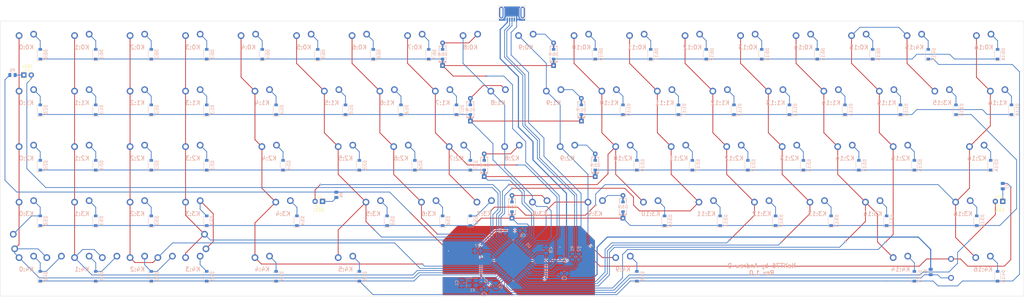
<source format=kicad_pcb>
(kicad_pcb (version 20211014) (generator pcbnew)
  (layers (0 "F.Cu" signal "Top") (31 "B.Cu" signal "Bottom") (34 "B.Paste" user) (35 "F.Paste" user) (36 "B.SilkS" user "B.Silkscreen") (37 "F.SilkS" user "F.Silkscreen") (38 "B.Mask" user) (39 "F.Mask" user) (44 "Edge.Cuts" user))
  (net 0 "")
  (net 1 "Net-(C1-Pad1)")
  (net 2 "GND")
  (net 3 "Net-(C2-Pad1)")
  (net 4 "+5V")
  (net 5 "Net-(C3-Pad1)")
  (net 6 "Net-(D0:0-Pad2)")
  (net 7 "Net-(D0:1-Pad2)")
  (net 8 "Net-(D0:2-Pad2)")
  (net 9 "Net-(D0:3-Pad2)")
  (net 10 "Net-(D0:4-Pad2)")
  (net 11 "Net-(D1:0-Pad2)")
  (net 12 "Net-(D1:1-Pad2)")
  (net 13 "Net-(D1:2-Pad2)")
  (net 14 "Net-(D1:3-Pad2)")
  (net 15 "Net-(D1:4-Pad2)")
  (net 16 "Net-(D2:0-Pad2)")
  (net 17 "Net-(D2:1-Pad2)")
  (net 18 "Net-(D2:2-Pad2)")
  (net 19 "Net-(D2:3-Pad2)")
  (net 20 "Net-(D2:4-Pad2)")
  (net 21 "Net-(D3:0-Pad2)")
  (net 22 "Net-(D3:1-Pad2)")
  (net 23 "Net-(D3:2-Pad2)")
  (net 24 "Net-(D3:3-Pad2)")
  (net 25 "Net-(D3:4-Pad2)")
  (net 26 "Net-(D4:0-Pad2)")
  (net 27 "Net-(D4:1-Pad2)")
  (net 28 "Net-(D4:2-Pad2)")
  (net 29 "Net-(D4:3-Pad2)")
  (net 30 "Net-(D4:4-Pad2)")
  (net 31 "Row0")
  (net 32 "Net-(D0:5-Pad2)")
  (net 33 "Net-(D0:6-Pad2)")
  (net 34 "Net-(D0:7-Pad2)")
  (net 35 "Net-(D0:8-Pad2)")
  (net 36 "Net-(D0:9-Pad2)")
  (net 37 "Net-(D0:10-Pad2)")
  (net 38 "Net-(D0:11-Pad2)")
  (net 39 "Net-(D0:12-Pad2)")
  (net 40 "Net-(D0:13-Pad2)")
  (net 41 "Net-(D0:14-Pad2)")
  (net 42 "Net-(D0:15-Pad2)")
  (net 43 "Net-(D0:16-Pad2)")
  (net 44 "Row1")
  (net 45 "Net-(D1:5-Pad2)")
  (net 46 "Net-(D1:6-Pad2)")
  (net 47 "Net-(D1:7-Pad2)")
  (net 48 "Net-(D1:8-Pad2)")
  (net 49 "Net-(D1:9-Pad2)")
  (net 50 "Net-(D1:10-Pad2)")
  (net 51 "Net-(D1:11-Pad2)")
  (net 52 "Net-(D1:12-Pad2)")
  (net 53 "Net-(D1:13-Pad2)")
  (net 54 "Net-(D1:14-Pad2)")
  (net 55 "Net-(D1:15-Pad2)")
  (net 56 "Net-(D1:16-Pad2)")
  (net 57 "Row2")
  (net 58 "Net-(D2:5-Pad2)")
  (net 59 "Net-(D2:6-Pad2)")
  (net 60 "Net-(D2:7-Pad2)")
  (net 61 "Net-(D2:8-Pad2)")
  (net 62 "Net-(D2:9-Pad2)")
  (net 63 "Net-(D2:10-Pad2)")
  (net 64 "Net-(D2:11-Pad2)")
  (net 65 "Net-(D2:12-Pad2)")
  (net 66 "Net-(D2:13-Pad2)")
  (net 67 "Net-(D2:14-Pad2)")
  (net 68 "Net-(D2:15-Pad2)")
  (net 69 "Net-(D2:16-Pad2)")
  (net 70 "Row3")
  (net 71 "Net-(J1-Pad2)")
  (net 72 "Net-(J1-Pad3)")
  (net 73 "Net-(D3:5-Pad2)")
  (net 74 "Net-(D3:6-Pad2)")
  (net 75 "Net-(D3:7-Pad2)")
  (net 76 "Net-(D3:8-Pad2)")
  (net 77 "Net-(D3:9-Pad2)")
  (net 78 "Net-(D3:10-Pad2)")
  (net 79 "Net-(D3:11-Pad2)")
  (net 80 "Net-(D3:12-Pad2)")
  (net 81 "Net-(D3:13-Pad2)")
  (net 82 "Net-(D3:15-Pad2)")
  (net 83 "Net-(D3:16-Pad2)")
  (net 84 "Row4")
  (net 85 "Net-(LED1-Pad1)")
  (net 86 "Net-(LED1-Pad2)")
  (net 87 "Net-(LED2-Pad1)")
  (net 88 "Net-(LED2-Pad2)")
  (net 89 "Net-(LED3-Pad1)")
  (net 90 "Net-(LED3-Pad2)")
  (net 91 "Net-(R1-Pad1)")
  (net 92 "Net-(R2-Pad1)")
  (net 93 "Net-(R3-Pad2)")
  (net 94 "Net-(D4:14-Pad2)")
  (net 95 "Net-(D4:15-Pad2)")
  (net 98 "Col0")
  (net 99 "Col1")
  (net 100 "Col2")
  (net 101 "Net-(R4-Pad2)")
  (net 102 "Col3")
  (net 103 "Col4")
  (net 104 "Col5")
  (net 105 "Col6")
  (net 106 "Col7")
  (net 107 "Col8")
  (net 108 "Col9")
  (net 109 "Col10")
  (net 110 "Col11")
  (net 111 "Col12")
  (net 112 "Col13")
  (net 113 "Col14")
  (net 114 "Col15")
  (net 115 "Col16")
  (net 117 "Net-(D4:16-Pad2)")
  (net 118 "Net-(D4:9-Pad2)")
  (net 119 "Net-(D3:14-Pad2)")
  (net 120 "Net-(D4:5-Pad2)")
  (footprint "Keyboard_Footprints:Alps" (layer "F.Cu") (at 38.1 38.1)
    (fp_text reference "K0:0")
    (fp_text value "KEYSW")
  )
  (footprint "Keyboard_Footprints:Alps" (layer "F.Cu") (at 38.1 57.15)
    (fp_text reference "K1:0")
    (fp_text value "KEYSW")
  )
  (footprint "Keyboard_Footprints:Alps" (layer "F.Cu") (at 38.1 76.2)
    (fp_text reference "K2:0")
    (fp_text value "KEYSW")
  )
  (footprint "Keyboard_Footprints:Alps" (layer "F.Cu") (at 38.1 95.25)
    (fp_text reference "K3:0")
    (fp_text value "KEYSW")
  )
  (footprint "Keyboard_Footprints:Alps" (layer "F.Cu") (at 38.1 114.3)
    (fp_text reference "K4:0")
    (fp_text value "KEYSW")
  )
  (footprint "Keyboard_Footprints:Alps" (layer "F.Cu") (at 76.2 38.1)
    (fp_text reference "K0:2")
    (fp_text value "KEYSW")
  )
  (footprint "Keyboard_Footprints:Alps" (layer "F.Cu") (at 76.2 57.15)
    (fp_text reference "K1:2")
    (fp_text value "KEYSW")
  )
  (footprint "Keyboard_Footprints:Alps" (layer "F.Cu") (at 76.2 76.2)
    (fp_text reference "K2:2")
    (fp_text value "KEYSW")
  )
  (footprint "Keyboard_Footprints:Alps" (layer "F.Cu") (at 76.2 95.25)
    (fp_text reference "K3:2")
    (fp_text value "KEYSW")
  )
  (footprint "Keyboard_Footprints:Alps" (layer "F.Cu") (at 76.2 114.3)
    (fp_text reference "K4:2")
    (fp_text value "KEYSW")
  )
  (footprint "Keyboard_Footprints:Alps" (layer "F.Cu") (at 95.25 38.1)
    (fp_text reference "K0:3")
    (fp_text value "KEYSW")
  )
  (footprint "Keyboard_Footprints:Alps" (layer "F.Cu") (at 95.25 57.15)
    (fp_text reference "K1:3")
    (fp_text value "KEYSW")
  )
  (footprint "Keyboard_Footprints:Alps" (layer "F.Cu") (at 95.25 76.2)
    (fp_text reference "K2:3")
    (fp_text value "KEYSW")
  )
  (footprint "Keyboard_Footprints:Alps" (layer "F.Cu") (at 95.25 95.25)
    (fp_text reference "K3:3")
    (fp_text value "KEYSW")
  )
  (footprint "Keyboard_Footprints:Alps" (layer "F.Cu") (at 95.25 114.3)
    (fp_text reference "K4:3")
    (fp_text value "KEYSW")
  )
  (footprint "Keyboard_Footprints:Alps" (layer "F.Cu") (at 114.3 38.1)
    (fp_text reference "K0:4")
    (fp_text value "KEYSW")
  )
  (footprint "Keyboard_Footprints:Alps" (layer "F.Cu") (at 119.0625 57.15)
    (fp_text reference "K1:4")
    (fp_text value "KEYSW")
  )
  (footprint "Keyboard_Footprints:Alps" (layer "F.Cu") (at 121.44375 76.2)
    (fp_text reference "K2:4")
    (fp_text value "KEYSW")
  )
  (footprint "Keyboard_Footprints:Alps" (layer "F.Cu") (at 126.20625 95.25)
    (fp_text reference "K3:4")
    (fp_text value "KEYSW")
  )
  (footprint "Keyboard_Footprints:Alps" (layer "F.Cu") (at 119.0625 114.3)
    (fp_text reference "K4:4")
    (fp_text value "KEYSW")
  )
  (footprint "Keyboard_Footprints:Alps" (layer "F.Cu") (at 133.35 38.1)
    (fp_text reference "K0:5")
    (fp_text value "KEYSW")
  )
  (footprint "Keyboard_Footprints:Alps" (layer "F.Cu") (at 142.875 57.15)
    (fp_text reference "K1:5")
    (fp_text value "KEYSW")
  )
  (footprint "Keyboard_Footprints:Alps" (layer "F.Cu") (at 147.6375 76.2)
    (fp_text reference "K2:5")
    (fp_text value "KEYSW")
  )
  (footprint "Keyboard_Footprints:Alps" (layer "F.Cu") (at 157.1625 95.25)
    (fp_text reference "K3:5")
    (fp_text value "KEYSW")
  )
  (footprint "Keyboard_Footprints:Alps" (layer "F.Cu") (at 147.6375 114.3)
    (fp_text reference "K4:5")
    (fp_text value "KEYSW")
  )
  (footprint "Keyboard_Footprints:Alps" (layer "F.Cu") (at 152.4 38.1)
    (fp_text reference "K0:6")
    (fp_text value "KEYSW")
  )
  (footprint "Keyboard_Footprints:Alps" (layer "F.Cu") (at 161.925 57.15)
    (fp_text reference "K1:6")
    (fp_text value "KEYSW")
  )
  (footprint "Keyboard_Footprints:Alps" (layer "F.Cu") (at 166.6875 76.2)
    (fp_text reference "K2:6")
    (fp_text value "KEYSW")
  )
  (footprint "Keyboard_Footprints:Alps" (layer "F.Cu") (at 176.2125 95.25)
    (fp_text reference "K3:6")
    (fp_text value "KEYSW")
  )
  (footprint "Keyboard_Footprints:Alps" (layer "F.Cu") (at 171.45 38.1)
    (fp_text reference "K0:7")
    (fp_text value "KEYSW")
  )
  (footprint "Keyboard_Footprints:Alps" (layer "F.Cu") (at 180.975 57.15)
    (fp_text reference "K1:7")
    (fp_text value "KEYSW")
  )
  (footprint "Keyboard_Footprints:Alps" (layer "F.Cu") (at 185.7375 76.2)
    (fp_text reference "K2:7")
    (fp_text value "KEYSW")
  )
  (footprint "Keyboard_Footprints:Alps" (layer "F.Cu") (at 195.2625 95.25)
    (fp_text reference "K3:7")
    (fp_text value "KEYSW")
  )
  (footprint "Keyboard_Footprints:Alps" (layer "F.Cu") (at 190.5 38.1)
    (fp_text reference "K0:8")
    (fp_text value "KEYSW")
  )
  (footprint "Keyboard_Footprints:Alps" (layer "F.Cu") (at 200.025 57.15)
    (fp_text reference "K1:8")
    (fp_text value "KEYSW")
  )
  (footprint "Keyboard_Footprints:Alps" (layer "F.Cu") (at 204.7875 76.2)
    (fp_text reference "K2:8")
    (fp_text value "KEYSW")
  )
  (footprint "Keyboard_Footprints:Alps" (layer "F.Cu") (at 214.3125 95.25)
    (fp_text reference "K3:8")
    (fp_text value "KEYSW")
  )
  (footprint "Keyboard_Footprints:Alps" (layer "F.Cu") (at 209.55 38.1)
    (fp_text reference "K0:9")
    (fp_text value "KEYSW")
  )
  (footprint "Keyboard_Footprints:Alps" (layer "F.Cu") (at 219.075 57.15)
    (fp_text reference "K1:9")
    (fp_text value "KEYSW")
  )
  (footprint "Keyboard_Footprints:Alps" (layer "F.Cu") (at 223.8375 76.2)
    (fp_text reference "K2:9")
    (fp_text value "KEYSW")
  )
  (footprint "Keyboard_Footprints:Alps" (layer "F.Cu") (at 233.3625 95.25)
    (fp_text reference "K3:9")
    (fp_text value "KEYSW")
  )
  (footprint "Keyboard_Footprints:Alps" (layer "F.Cu") (at 242.8875 114.3)
    (fp_text reference "K4:9")
    (fp_text value "KEYSW")
  )
  (footprint "Keyboard_Footprints:Alps" (layer "F.Cu") (at 228.6 38.1)
    (fp_text reference "K0:10")
    (fp_text value "KEYSW")
  )
  (footprint "Keyboard_Footprints:Alps" (layer "F.Cu") (at 238.125 57.15)
    (fp_text reference "K1:10")
    (fp_text value "KEYSW")
  )
  (footprint "Keyboard_Footprints:Alps" (layer "F.Cu") (at 242.8875 76.2)
    (fp_text reference "K2:10")
    (fp_text value "KEYSW")
  )
  (footprint "Keyboard_Footprints:Alps" (layer "F.Cu") (at 252.4125 95.25)
    (fp_text reference "K3:10")
    (fp_text value "KEYSW")
  )
  (footprint "Keyboard_Footprints:Alps" (layer "F.Cu") (at 247.65 38.1)
    (fp_text reference "K0:11")
    (fp_text value "KEYSW")
  )
  (footprint "Keyboard_Footprints:Alps" (layer "F.Cu") (at 257.175 57.15)
    (fp_text reference "K1:11")
    (fp_text value "KEYSW")
  )
  (footprint "Keyboard_Footprints:Alps" (layer "F.Cu") (at 261.9375 76.2)
    (fp_text reference "K2:11")
    (fp_text value "KEYSW")
  )
  (footprint "Keyboard_Footprints:Alps" (layer "F.Cu") (at 271.4625 95.25)
    (fp_text reference "K3:11")
    (fp_text value "KEYSW")
  )
  (footprint "Keyboard_Footprints:Alps" (layer "F.Cu") (at 266.7 38.1)
    (fp_text reference "K0:12")
    (fp_text value "KEYSW")
  )
  (footprint "Keyboard_Footprints:Alps" (layer "F.Cu") (at 276.225 57.15)
    (fp_text reference "K1:12")
    (fp_text value "KEYSW")
  )
  (footprint "Keyboard_Footprints:Alps" (layer "F.Cu") (at 280.9875 76.2)
    (fp_text reference "K2:12")
    (fp_text value "KEYSW")
  )
  (footprint "Keyboard_Footprints:Alps" (layer "F.Cu") (at 290.5125 95.25)
    (fp_text reference "K3:12")
    (fp_text value "KEYSW")
  )
  (footprint "Keyboard_Footprints:Alps" (layer "F.Cu") (at 285.75 38.1)
    (fp_text reference "K0:13")
    (fp_text value "KEYSW")
  )
  (footprint "Keyboard_Footprints:Alps" (layer "F.Cu") (at 295.275 57.15)
    (fp_text reference "K1:13")
    (fp_text value "KEYSW")
  )
  (footprint "Keyboard_Footprints:Alps" (layer "F.Cu") (at 300.0375 76.2)
    (fp_text reference "K2:13")
    (fp_text value "KEYSW")
  )
  (footprint "Keyboard_Footprints:Alps" (layer "F.Cu") (at 309.5625 95.25)
    (fp_text reference "K3:13")
    (fp_text value "KEYSW")
  )
  (footprint "Keyboard_Footprints:Alps" (layer "F.Cu") (at 304.8 38.1)
    (fp_text reference "K0:14")
    (fp_text value "KEYSW")
  )
  (footprint "Keyboard_Footprints:Alps" (layer "F.Cu") (at 314.325 57.15)
    (fp_text reference "K1:14")
    (fp_text value "KEYSW")
  )
  (footprint "Keyboard_Footprints:Alps" (layer "F.Cu") (at 319.0875 76.2)
    (fp_text reference "K2:14")
    (fp_text value "KEYSW")
  )
  (footprint "Keyboard_Footprints:Alps" (layer "F.Cu") (at 328.6125 95.25)
    (fp_text reference "K3:14")
    (fp_text value "KEYSW")
  )
  (footprint "Keyboard_Footprints:Alps" (layer "F.Cu") (at 338.1375 114.3)
    (fp_text reference "K4:14")
    (fp_text value "KEYSW")
  )
  (footprint "Keyboard_Footprints:Alps" (layer "F.Cu") (at 323.85 38.1)
    (fp_text reference "K0:15")
    (fp_text value "KEYSW")
  )
  (footprint "Keyboard_Footprints:Alps" (layer "F.Cu") (at 333.375 57.15)
    (fp_text reference "K1:15")
    (fp_text value "KEYSW")
  )
  (footprint "Keyboard_Footprints:Alps" (layer "F.Cu") (at 338.1375 76.2)
    (fp_text reference "K2:15")
    (fp_text value "KEYSW")
  )
  (footprint "Keyboard_Footprints:Alps" (layer "F.Cu") (at 352.425 57.15)
    (fp_text reference "K3:15")
    (fp_text value "KEYSW")
  )
  (footprint "Keyboard_Footprints:Alps" (layer "F.Cu") (at 342.9 38.1)
    (fp_text reference "K4:15")
    (fp_text value "KEYSW")
  )
  (footprint "Keyboard_Footprints:Alps" (layer "F.Cu") (at 366.7125 38.1)
    (fp_text reference "K0:16")
    (fp_text value "KEYSW")
  )
  (footprint "LED_THT:LED_D3.0mm" (layer "F.Cu") (at 373.25 91 180)
    (fp_text reference "LED3")
    (fp_text value "LED")
  )
  (footprint "LED_THT:LED_D3.0mm" (layer "F.Cu") (at 37.25 47.625)
    (fp_text reference "LED1")
    (fp_text value "LED")
  )
  (footprint "LED_THT:LED_D3.0mm" (layer "F.Cu") (at 139.75 91 180)
    (fp_text reference "LED2")
    (fp_text value "LED")
  )
  (footprint "Keyboard_Footprints:Alps_Secondary" (layer "F.Cu") (at 38.1 104.775 90)
    (fp_text reference "K0:3_1")
    (fp_text value "KEYSW")
  )
  (footprint "Keyboard_Footprints:Alps_Secondary" (layer "F.Cu") (at 47.625 114.3)
    (fp_text reference "K4:0_1")
    (fp_text value "KEYSW")
  )
  (footprint "Keyboard_Footprints:Alps_Secondary" (layer "F.Cu") (at 66.675 114.3)
    (fp_text reference "K4:1_1")
    (fp_text value "KEYSW")
  )
  (footprint "Keyboard_Footprints:Alps_Secondary" (layer "F.Cu") (at 85.725 114.3)
    (fp_text reference "K4:2_1")
    (fp_text value "KEYSW")
  )
  (footprint "Keyboard_Footprints:Alps_Secondary" (layer "F.Cu") (at 95.25 104.775 -90)
    (fp_text reference "K3:3_1")
    (fp_text value "KEYSW")
  )
  (footprint "Keyboard_Footprints:Alps" (layer "F.Cu") (at 371.475 57.15)
    (fp_text reference "K1:16")
    (fp_text value "KEYSW")
  )
  (footprint "Keyboard_Footprints:Alps" (layer "F.Cu") (at 364.33125 76.2)
    (fp_text reference "K2:16")
    (fp_text value "KEYSW")
  )
  (footprint "Keyboard_Footprints:Alps" (layer "F.Cu") (at 359.56875 95.25)
    (fp_text reference "K3:16")
    (fp_text value "KEYSW")
  )
  (footprint "Keyboard_Footprints:Alps" (layer "F.Cu") (at 366.475 114.3)
    (fp_text reference "K4:16")
    (fp_text value "KEYSW")
  )
  (footprint "Keyboard_Footprints:Alps" (layer "F.Cu") (at 57.15 38.1)
    (fp_text reference "K0:1")
    (fp_text value "KEYSW")
  )
  (footprint "Keyboard_Footprints:Alps" (layer "F.Cu") (at 57.15 57.15)
    (fp_text reference "K1:1")
    (fp_text value "KEYSW")
  )
  (footprint "Keyboard_Footprints:Alps" (layer "F.Cu") (at 57.15 76.2)
    (fp_text reference "K2:1")
    (fp_text value "KEYSW")
  )
  (footprint "Keyboard_Footprints:Alps" (layer "F.Cu") (at 57.15 95.25)
    (fp_text reference "K3:1")
    (fp_text value "KEYSW")
  )
  (footprint "Keyboard_Footprints:Alps" (layer "F.Cu") (at 57.15 114.3)
    (fp_text reference "K4:1")
    (fp_text value "KEYSW")
  )
  (footprint "Diode_SMD:D_SOD-123" (layer "B.Cu") (at 42.8625 40.48125 90)
    (fp_text reference "D0:0")
    (fp_text value "D")
  )
  (footprint "Diode_SMD:D_SOD-123" (layer "B.Cu") (at 42.8625 59.53125 90)
    (fp_text reference "D1:0")
    (fp_text value "D")
  )
  (footprint "Diode_SMD:D_SOD-123" (layer "B.Cu") (at 42.8625 78.58125 90)
    (fp_text reference "D2:0")
    (fp_text value "D")
  )
  (footprint "Diode_SMD:D_SOD-123" (layer "B.Cu") (at 42.8625 97.63125 90)
    (fp_text reference "D3:0")
    (fp_text value "D")
  )
  (footprint "Diode_SMD:D_SOD-123" (layer "B.Cu") (at 61.9125 40.48125 90)
    (fp_text reference "D0:1")
    (fp_text value "D")
  )
  (footprint "Diode_SMD:D_SOD-123" (layer "B.Cu") (at 61.9125 59.53125 90)
    (fp_text reference "D1:1")
    (fp_text value "D")
  )
  (footprint "Diode_SMD:D_SOD-123" (layer "B.Cu") (at 61.9125 78.58125 90)
    (fp_text reference "D2:1")
    (fp_text value "D")
  )
  (footprint "Diode_SMD:D_SOD-123" (layer "B.Cu") (at 61.9125 97.63125 90)
    (fp_text reference "D3:1")
    (fp_text value "D")
  )
  (footprint "Diode_SMD:D_SOD-123" (layer "B.Cu") (at 61.9125 116.68125 90)
    (fp_text reference "D4:1")
    (fp_text value "D")
  )
  (footprint "Diode_SMD:D_SOD-123" (layer "B.Cu") (at 80.9625 40.48125 90)
    (fp_text reference "D0:2")
    (fp_text value "D")
  )
  (footprint "Diode_SMD:D_SOD-123" (layer "B.Cu") (at 80.9625 59.53125 90)
    (fp_text reference "D1:2")
    (fp_text value "D")
  )
  (footprint "Diode_SMD:D_SOD-123" (layer "B.Cu") (at 80.9625 78.58125 90)
    (fp_text reference "D2:2")
    (fp_text value "D")
  )
  (footprint "Diode_SMD:D_SOD-123" (layer "B.Cu") (at 80.9625 97.63125 90)
    (fp_text reference "D3:2")
    (fp_text value "D")
  )
  (footprint "Diode_SMD:D_SOD-123" (layer "B.Cu") (at 80.9625 116.68125 90)
    (fp_text reference "D4:2")
    (fp_text value "D")
  )
  (footprint "Diode_SMD:D_SOD-123" (layer "B.Cu") (at 100.0125 40.48125 90)
    (fp_text reference "D0:3")
    (fp_text value "D")
  )
  (footprint "Diode_SMD:D_SOD-123" (layer "B.Cu") (at 100.0125 59.53125 90)
    (fp_text reference "D1:3")
    (fp_text value "D")
  )
  (footprint "Diode_SMD:D_SOD-123" (layer "B.Cu") (at 100.0125 78.58125 90)
    (fp_text reference "D2:3")
    (fp_text value "D")
  )
  (footprint "Diode_SMD:D_SOD-123" (layer "B.Cu") (at 100.0125 97.63125 90)
    (fp_text reference "D3:3")
    (fp_text value "D")
  )
  (footprint "Diode_SMD:D_SOD-123" (layer "B.Cu") (at 100.0125 116.68125 90)
    (fp_text reference "D4:3")
    (fp_text value "D")
  )
  (footprint "Diode_SMD:D_SOD-123" (layer "B.Cu") (at 119.0625 40.48125 90)
    (fp_text reference "D0:4")
    (fp_text value "D")
  )
  (footprint "Diode_SMD:D_SOD-123" (layer "B.Cu") (at 123.825 59.53125 90)
    (fp_text reference "D1:4")
    (fp_text value "D")
  )
  (footprint "Diode_SMD:D_SOD-123" (layer "B.Cu") (at 126.20625 78.58125 90)
    (fp_text reference "D2:4")
    (fp_text value "D")
  )
  (footprint "Diode_SMD:D_SOD-123" (layer "B.Cu") (at 130.96875 97.63125 90)
    (fp_text reference "D3:4")
    (fp_text value "D")
  )
  (footprint "Diode_SMD:D_SOD-123" (layer "B.Cu") (at 123.825 116.68125 90)
    (fp_text reference "D4:4")
    (fp_text value "D")
  )
  (footprint "Diode_SMD:D_SOD-123" (layer "B.Cu") (at 138.1125 40.48125 90)
    (fp_text reference "D0:5")
    (fp_text value "D")
  )
  (footprint "Diode_SMD:D_SOD-123" (layer "B.Cu") (at 147.6375 59.53125 90)
    (fp_text reference "D1:5")
    (fp_text value "D")
  )
  (footprint "Diode_SMD:D_SOD-123" (layer "B.Cu") (at 152.4 78.58125 90)
    (fp_text reference "D2:5")
    (fp_text value "D")
  )
  (footprint "Diode_SMD:D_SOD-123" (layer "B.Cu") (at 161.925 97.63125 90)
    (fp_text reference "D3:5")
    (fp_text value "D")
  )
  (footprint "Diode_SMD:D_SOD-123" (layer "B.Cu") (at 157.1625 40.48125 90)
    (fp_text reference "D0:6")
    (fp_text value "D")
  )
  (footprint "Diode_SMD:D_SOD-123" (layer "B.Cu") (at 166.6875 59.53125 90)
    (fp_text reference "D1:6")
    (fp_text value "D")
  )
  (footprint "Diode_SMD:D_SOD-123" (layer "B.Cu") (at 171.45 78.58125 90)
    (fp_text reference "D2:6")
    (fp_text value "D")
  )
  (footprint "Diode_SMD:D_SOD-123" (layer "B.Cu") (at 180.975 97.63125 90)
    (fp_text reference "D3:6")
    (fp_text value "D")
  )
  (footprint "Diode_SMD:D_SOD-123" (layer "B.Cu") (at 176.2125 40.48125 90)
    (fp_text reference "D0:7")
    (fp_text value "D")
  )
  (footprint "Diode_SMD:D_SOD-123" (layer "B.Cu") (at 190.5 78.58125 90)
    (fp_text reference "D2:7")
    (fp_text value "D")
  )
  (footprint "Diode_SMD:D_SOD-123" (layer "B.Cu") (at 242.8875 59.53125 90)
    (fp_text reference "D1:10")
    (fp_text value "D")
  )
  (footprint "Diode_SMD:D_SOD-123" (layer "B.Cu") (at 247.65 78.58125 90)
    (fp_text reference "D2:10")
    (fp_text value "D")
  )
  (footprint "Diode_SMD:D_SOD-123" (layer "B.Cu") (at 252.4125 40.48125 90)
    (fp_text reference "D0:11")
    (fp_text value "D")
  )
  (footprint "Diode_SMD:D_SOD-123" (layer "B.Cu") (at 261.9375 59.53125 90)
    (fp_text reference "D1:11")
    (fp_text value "D")
  )
  (footprint "Diode_SMD:D_SOD-123" (layer "B.Cu") (at 266.7 78.58125 90)
    (fp_text reference "D2:11")
    (fp_text value "D")
  )
  (footprint "Diode_SMD:D_SOD-123" (layer "B.Cu") (at 276.225 97.63125 90)
    (fp_text reference "D3:11")
    (fp_text value "D")
  )
  (footprint "Diode_SMD:D_SOD-123" (layer "B.Cu") (at 271.4625 40.48125 90)
    (fp_text reference "D0:12")
    (fp_text value "D")
  )
  (footprint "Diode_SMD:D_SOD-123" (layer "B.Cu") (at 280.9875 59.53125 90)
    (fp_text reference "D1:12")
    (fp_text value "D")
  )
  (footprint "Diode_SMD:D_SOD-123" (layer "B.Cu") (at 285.75 78.58125 90)
    (fp_text reference "D2:12")
    (fp_text value "D")
  )
  (footprint "Diode_SMD:D_SOD-123" (layer "B.Cu") (at 295.275 97.63125 90)
    (fp_text reference "D3:12")
    (fp_text value "D")
  )
  (footprint "Diode_SMD:D_SOD-123" (layer "B.Cu") (at 290.5125 40.48125 90)
    (fp_text reference "D0:13")
    (fp_text value "D")
  )
  (footprint "Diode_SMD:D_SOD-123" (layer "B.Cu") (at 300.0375 59.53125 90)
    (fp_text reference "D1:13")
    (fp_text value "D")
  )
  (footprint "Diode_SMD:D_SOD-123" (layer "B.Cu") (at 304.8 78.58125 90)
    (fp_text reference "D2:13")
    (fp_text value "D")
  )
  (footprint "Diode_SMD:D_SOD-123" (layer "B.Cu") (at 314.325 97.63125 90)
    (fp_text reference "D3:13")
    (fp_text value "D")
  )
  (footprint "Diode_SMD:D_SOD-123" (layer "B.Cu") (at 309.5625 40.48125 90)
    (fp_text reference "D0:14")
    (fp_text value "D")
  )
  (footprint "Diode_SMD:D_SOD-123" (layer "B.Cu") (at 319.0875 59.53125 90)
    (fp_text reference "D1:14")
    (fp_text value "D")
  )
  (footprint "Diode_SMD:D_SOD-123" (layer "B.Cu") (at 323.85 78.58125 90)
    (fp_text reference "D2:14")
    (fp_text value "D")
  )
  (footprint "Diode_SMD:D_SOD-123" (layer "B.Cu") (at 333.375 97.63125 90)
    (fp_text reference "D3:14")
    (fp_text value "D")
  )
  (footprint "Diode_SMD:D_SOD-123" (layer "B.Cu") (at 342.9 116.68125 90)
    (fp_text reference "D4:14")
    (fp_text value "D")
  )
  (footprint "Diode_SMD:D_SOD-123" (layer "B.Cu") (at 328.6125 40.48125 90)
    (fp_text reference "D0:15")
    (fp_text value "D")
  )
  (footprint "Diode_SMD:D_SOD-123" (layer "B.Cu") (at 338.1375 59.53125 90)
    (fp_text reference "D1:15")
    (fp_text value "D")
  )
  (footprint "Diode_SMD:D_SOD-123" (layer "B.Cu") (at 342.9 78.58125 90)
    (fp_text reference "D2:15")
    (fp_text value "D")
  )
  (footprint "Diode_SMD:D_SOD-123" (layer "B.Cu") (at 357.1875 59.53125 90)
    (fp_text reference "D3:15")
    (fp_text value "D")
  )
  (footprint "Diode_SMD:D_SOD-123" (layer "B.Cu") (at 347.6625 40.48125 90)
    (fp_text reference "D4:15")
    (fp_text value "D")
  )
  (footprint "Diode_SMD:D_SOD-123" (layer "B.Cu") (at 376.2375 59.53125 90)
    (fp_text reference "D1:16")
    (fp_text value "D")
  )
  (footprint "Keyboard_Footprints:USB_miniB_hirose_5S8" (layer "B.Cu") (at 204.7875 28.575)
    (fp_text reference "J1" hide)
    (fp_text value "USB_mini_micro_B" hide)
  )
  (footprint "Capacitor_SMD:C_0805_2012Metric" (layer "B.Cu") (at 222.75 115.75)
    (fp_text reference "C3")
    (fp_text value "1u")
  )
  (footprint "Resistor_SMD:R_0805_2012Metric" (layer "B.Cu") (at 33.3375 47.625 180)
    (fp_text reference "R5")
    (fp_text value "1k")
  )
  (footprint "Resistor_SMD:R_0805_2012Metric" (layer "B.Cu") (at 144.5 88.75 90)
    (fp_text reference "R6")
    (fp_text value "1k")
  )
  (footprint "Resistor_SMD:R_0805_2012Metric" (layer "B.Cu") (at 373.25 85.75 90)
    (fp_text reference "R7")
    (fp_text value "1k")
  )
  (footprint "Diode_SMD:D_SOD-123" (layer "B.Cu") (at 371.475 40.48125 90)
    (fp_text reference "D0:16")
    (fp_text value "D")
  )
  (footprint "Diode_SMD:D_SOD-123" (layer "B.Cu") (at 369.09375 78.58125 90)
    (fp_text reference "D2:16")
    (fp_text value "D")
  )
  (footprint "Diode_SMD:D_SOD-123" (layer "B.Cu") (at 364.33125 97.63125 90)
    (fp_text reference "D3:16")
    (fp_text value "D")
  )
  (footprint "Diode_SMD:D_SOD-123" (layer "B.Cu") (at 371.475 116.68125 90)
    (fp_text reference "D4:16")
    (fp_text value "D")
  )
  (footprint "Keyboard_Footprints:Diode_123_Axial" (layer "B.Cu") (at 204.7875 92.86875 90)
    (fp_text reference "D3:8")
    (fp_text value "D" hide)
  )
  (footprint "Capacitor_SMD:C_0805_2012Metric" (layer "B.Cu") (at 221.25 111.25 90)
    (fp_text reference "C4")
    (fp_text value "4.7u")
  )
  (footprint "Keyboard_Footprints:Diode_123_Axial" (layer "B.Cu") (at 180.975 40.48125 90)
    (fp_text reference "D0:8")
    (fp_text value "D" hide)
  )
  (footprint "Diode_SMD:D_SOD-123" (layer "B.Cu") (at 233.3625 40.48125 90)
    (fp_text reference "D0:10")
    (fp_text value "D")
  )
  (footprint "Keyboard_Footprints:Diode_123_Axial" (layer "B.Cu") (at 190.5 59.53125 90)
    (fp_text reference "D1:8")
    (fp_text value "D" hide)
  )
  (footprint "Resistor_SMD:R_0805_2012Metric" (layer "B.Cu") (at 225.5 110 90)
    (fp_text reference "R1")
    (fp_text value "22")
  )
  (footprint "Resistor_SMD:R_0805_2012Metric" (layer "B.Cu") (at 227.75 110 90)
    (fp_text reference "R2")
    (fp_text value "22")
  )
  (footprint "Diode_SMD:D_SOD-123" (layer "B.Cu") (at 257.175 97.63125 90)
    (fp_text reference "D3:10")
    (fp_text value "D")
  )
  (footprint "Keyboard_Footprints:Diode_123_Axial" (layer "B.Cu") (at 233.3625 78.58125 90)
    (fp_text reference "D2:9")
    (fp_text value "D" hide)
  )
  (footprint "Diode_SMD:D_SOD-123" (layer "B.Cu") (at 190.5 97.63125 90)
    (fp_text reference "D3:7")
    (fp_text value "D")
  )
  (footprint "Diode_SMD:D_SOD-123" (layer "B.Cu") (at 152.4 116.68125 90)
    (fp_text reference "D4:5")
    (fp_text value "D")
  )
  (footprint "Diode_SMD:D_SOD-123" (layer "B.Cu") (at 42.8625 116.68125 90)
    (fp_text reference "D4:0")
    (fp_text value "D")
  )
  (footprint "Capacitor_SMD:C_0805_2012Metric" (layer "B.Cu") (at 193 108 180)
    (fp_text reference "C7")
    (fp_text value "0.1u")
  )
  (footprint "Capacitor_SMD:C_0805_2012Metric" (layer "B.Cu") (at 208.5 101)
    (fp_text reference "C6")
    (fp_text value "0.1u")
  )
  (footprint "Resistor_SMD:R_0805_2012Metric" (layer "B.Cu") (at 202.5 101 -90)
    (fp_text reference "R3")
    (fp_text value "10k")
  )
  (footprint "Keyboard_Footprints:Diode_123_Axial" (layer "B.Cu") (at 242.8875 92.86875 90)
    (fp_text reference "D3:9")
    (fp_text value "D" hide)
  )
  (footprint "Diode_SMD:D_SOD-123" (layer "B.Cu") (at 247.65 116.68125 90)
    (fp_text reference "D4:9")
    (fp_text value "D")
  )
  (footprint "Crystal:Crystal_SMD_SeikoEpson_FA238-4Pin_3.2x2.5mm" (layer "B.Cu") (at 191.25 119)
    (fp_text reference "X1")
    (fp_text value "16MHz_12pF")
  )
  (footprint "Capacitor_SMD:C_0805_2012Metric" (layer "B.Cu") (at 195.25 121.25)
    (fp_text reference "C2")
    (fp_text value "22p")
  )
  (footprint "Capacitor_SMD:C_0805_2012Metric" (layer "B.Cu") (at 199.25 120 90)
    (fp_text reference "C5")
    (fp_text value "0.1u")
  )
  (footprint "Capacitor_SMD:C_0805_2012Metric" (layer "B.Cu") (at 187.5 119 -90)
    (fp_text reference "C1")
    (fp_text value "22p")
  )
  (footprint "Resistor_SMD:R_0805_2012Metric" (layer "B.Cu") (at 348.5 115.25 -90)
    (fp_text reference "R4")
    (fp_text value "10k")
  )
  (footprint "Keyboard_Footprints:Diode_123_Axial" (layer "B.Cu") (at 195.2625 78.58125 90)
    (fp_text reference "D2:8")
    (fp_text value "D" hide)
  )
  (footprint "Keyboard_Footprints:Diode_123_Axial" (layer "B.Cu") (at 228.6 59.53125 90)
    (fp_text reference "D1:9")
    (fp_text value "D" hide)
  )
  (footprint "Keyboard_Footprints:Diode_123_Axial" (layer "B.Cu") (at 219.075 40.48125 90)
    (fp_text reference "D0:9")
    (fp_text value "D" hide)
  )
  (footprint "Capacitor_SMD:C_0805_2012Metric" (layer "B.Cu") (at 216.5 107.75 90)
    (fp_text reference "C8")
    (fp_text value "0.1u")
  )
  (footprint "Package_QFP:LQFP-44_10x10mm_P0.8mm" (layer "B.Cu") (at 205.25 111.25 135)
    (fp_text reference "U1")
    (fp_text value "ATmega32U4-AU")
  )
  (footprint "Keyboard_Footprints:TE_1825966-1" (layer "B.Cu") (at 355.5 114 -90)
    (fp_text reference "SW1" hide)
    (fp_text value "RESET")
  )
  (footprint "Diode_SMD:D_SOD-123" (layer "B.Cu") (at 185.7375 59.53125 90)
    (fp_text reference "D1:7")
    (fp_text value "D")
  )
  (gr_line (start 29.6 123.5) (end 380 123.5) (layer "Edge.Cuts") (width 0.1))
  (gr_line (start 209.55 29.1) (end 380 29.1) (layer "Edge.Cuts") (width 0.1))
  (gr_line (start 380.5 29.6) (end 380.5 123) (layer "Edge.Cuts") (width 0.1))
  (gr_line (start 29.1 29.6) (end 29.1 123) (layer "Edge.Cuts") (width 0.1))
  (gr_arc (start 380 29.1) (mid 380.353553 29.246447) (end 380.5 29.6) (layer "Edge.Cuts") (width 0.1))
  (gr_line (start 200.025 23.8125) (end 200.025 29.1) (layer "Edge.Cuts") (width 0.1))
  (gr_line (start 200.025 23.8125) (end 209.55 23.8125) (layer "Edge.Cuts") (width 0.1))
  (gr_arc (start 29.6 123.5) (mid 29.246447 123.353553) (end 29.1 123) (layer "Edge.Cuts") (width 0.1))
  (gr_line (start 209.55 23.8125) (end 209.55 29.1) (layer "Edge.Cuts") (width 0.1))
  (gr_arc (start 29.1 29.6) (mid 29.246447 29.246447) (end 29.6 29.1) (layer "Edge.Cuts") (width 0.1))
  (gr_arc (start 380.5 123) (mid 380.353553 123.353553) (end 380 123.5) (layer "Edge.Cuts") (width 0.1))
  (gr_line (start 29.6 29.1) (end 200.025 29.1) (layer "Edge.Cuts") (width 0.1))
  (gr_text "NeXT76 by Andrew D\nRev 1.0\n" (at 290.5125 114.3) (layer "B.SilkS") (effects (font (size 1.5 1.5) (thickness 0.3)) (justify mirror)))
  (segment (start 187.5 118) (end 189.95 118) (width 0.254) (layer "B.Cu") (net 1))
  (segment (start 189.95 118) (end 190.15 118.2) (width 0.254) (layer "B.Cu") (net 1))
  (segment (start 191.25 117) (end 199.5 117) (width 0.254) (layer "B.Cu") (net 1))
  (segment (start 190.15 118.2) (end 190.15 118.1) (width 0.254) (layer "B.Cu") (net 1))
  (segment (start 190.15 118.1) (end 191.25 117) (width 0.254) (layer "B.Cu") (net 1))
  (segment (start 199.5 117) (end 199.75 116.75) (width 0.254) (layer "B.Cu") (net 1))
  (segment (start 199.75 116.75) (end 201.113425 115.386575) (width 0.254) (layer "B.Cu") (net 1))
  (segment (start 358.75 110.75) (end 361.25 113.25) (width 0.254) (layer "F.Cu") (net 2))
  (segment (start 170 95) (end 182.999988 107.999988) (width 0.254) (layer "F.Cu") (net 2))
  (segment (start 228.5 106.75) (end 235 113.25) (width 0.254) (layer "F.Cu") (net 2))
  (segment (start 355.5 110.75) (end 358.75 110.75) (width 0.254) (layer "F.Cu") (net 2))
  (segment (start 182.999988 107.999988) (end 182.999988 108) (width 0.254) (layer "F.Cu") (net 2))
  (segment (start 376 86) (end 376 111) (width 0.254) (layer "F.Cu") (net 2))
  (segment (start 347.125 110.75) (end 355.5 110.75) (width 0.254) (layer "F.Cu") (net 2))
  (segment (start 221.25 106.75) (end 228.5 106.75) (width 0.254) (layer "F.Cu") (net 2))
  (segment (start 344.625 113.25) (end 347.125 110.75) (width 0.254) (layer "F.Cu") (net 2))
  (segment (start 221.25 106.75) (end 218.25 106.75) (width 0.254) (layer "F.Cu") (net 2))
  (segment (start 361.25 113.25) (end 373.75 113.25) (width 0.254) (layer "F.Cu") (net 2))
  (segment (start 235 113.25) (end 344.625 113.25) (width 0.254) (layer "F.Cu") (net 2))
  (segment (start 376 111) (end 373.75 113.25) (width 0.254) (layer "F.Cu") (net 2))
  (via (at 182.999988 108) (size 0.6) (drill 0.3) (layers "F.Cu" "B.Cu") (net 2))
  (via (at 170.000003 95.000003) (size 0.6) (drill 0.3) (layers "F.Cu" "B.Cu") (net 2))
  (via (at 194.25 118.5) (size 0.6) (drill 0.3) (layers "F.Cu" "B.Cu") (net 2))
  (via (at 221.25 106.75) (size 0.6) (drill 0.3) (layers "F.Cu" "B.Cu") (net 2))
  (via (at 376 86) (size 0.6) (drill 0.3) (layers "F.Cu" "B.Cu") (net 2))
  (via (at 218.25 106.75) (size 0.6) (drill 0.3) (layers "F.Cu" "B.Cu") (net 2))
  (via (at 228.5 106.75) (size 0.6) (drill 0.3) (layers "F.Cu" "B.Cu") (net 2))
  (segment (start 189.95 120) (end 190.15 119.8) (width 0.254) (layer "B.Cu") (net 2))
  (segment (start 187.5 120) (end 189.95 120) (width 0.254) (layer "B.Cu") (net 2))
  (segment (start 190.15 119.8) (end 190.45 119.8) (width 0.1524) (layer "B.Cu") (net 2))
  (segment (start 192.35 118.2) (end 192.05 118.2) (width 0.1524) (layer "B.Cu") (net 2))
  (segment (start 190.45 119.8) (end 192.05 118.2) (width 0.1524) (layer "B.Cu") (net 2))
  (segment (start 199.25 119) (end 199.762742 119) (width 0.254) (layer "B.Cu") (net 2))
  (segment (start 162.8 87.8) (end 170.000003 95.000003) (width 0.254) (layer "B.Cu") (net 2))
  (segment (start 207.123833 104.850684) (end 209.5 102.474517) (width 0.254) (layer "B.Cu") (net 2))
  (segment (start 214.275483 106.75) (end 218.25 106.75) (width 0.254) (layer "B.Cu") (net 2))
  (segment (start 209.5 102.474517) (end 209.5 101) (width 0.254) (layer "B.Cu") (net 2))
  (segment (start 211.649316 109.376167) (end 214.275483 106.75) (width 0.254) (layer "B.Cu") (net 2))
  (segment (start 204.5 33) (end 204.5 40.75) (width 0.254) (layer "B.Cu") (net 2))
  (segment (start 228.5 88.25) (end 228.5 106.75) (width 0.254) (layer "B.Cu") (net 2))
  (segment (start 206.3875 28.575) (end 206.3875 31.1125) (width 0.254) (layer "B.Cu") (net 2))
  (segment (start 374.8 84.8) (end 376 86) (width 0.254) (layer "B.Cu") (net 2))
  (segment (start 144.5 87.8) (end 34.8 87.8) (width 0.254) (layer "B.Cu") (net 2))
  (segment (start 210.5 64) (end 215.75 69.25) (width 0.254) (layer "B.Cu") (net 2))
  (segment (start 374.8 84.8) (end 373.25 84.8) (width 0.254) (layer "B.Cu") (net 2))
  (segment (start 30.75 49.2625) (end 32.3875 47.625) (width 0.254) (layer "B.Cu") (net 2))
  (segment (start 204.5 40.75) (end 210.5 46.75) (width 0.254) (layer "B.Cu") (net 2))
  (segment (start 144.5 87.8) (end 162.8 87.8) (width 0.254) (layer "B.Cu") (net 2))
  (segment (start 30.75 83.75) (end 30.75 49.2625) (width 0.254) (layer "B.Cu") (net 2))
  (segment (start 221.25 110.25) (end 221.25 106.75) (width 0.254) (layer "B.Cu") (net 2))
  (segment (start 193.95 118.2) (end 194.25 118.5) (width 0.254) (layer "B.Cu") (net 2))
  (segment (start 199.762742 119) (end 202.244796 116.517946) (width 0.254) (layer "B.Cu") (net 2))
  (segment (start 215.75 75.5) (end 228.5 88.25) (width 0.254) (layer "B.Cu") (net 2))
  (segment (start 206.3875 31.1125) (end 204.5 33) (width 0.254) (layer "B.Cu") (net 2))
  (segment (start 210.5 46.75) (end 210.5 64) (width 0.254) (layer "B.Cu") (net 2))
  (segment (start 192.35 118.2) (end 193.95 118.2) (width 0.254) (layer "B.Cu") (net 2))
  (segment (start 34.8 87.8) (end 30.75 83.75) (width 0.254) (layer "B.Cu") (net 2))
  (segment (start 215.75 69.25) (end 215.75 75.5) (width 0.254) (layer "B.Cu") (net 2))
  (segment (start 182.999988 108) (end 192 108) (width 0.254) (layer "B.Cu") (net 2))
  (segment (start 183.000002 108) (end 182.999988 108) (width 0.254) (layer "B.Cu") (net 2))
  (segment (start 192.35 120.6) (end 193 121.25) (width 0.254) (layer "B.Cu") (net 3))
  (segment (start 193 121.25) (end 194.25 121.25) (width 0.254) (layer "B.Cu") (net 3))
  (segment (start 192.35 119.8) (end 192.35 120.6) (width 0.254) (layer "B.Cu") (net 3))
  (segment (start 196.5 117.75) (end 194.45 119.8) (width 0.254) (layer "B.Cu") (net 3))
  (segment (start 194.45 119.8) (end 192.35 119.8) (width 0.254) (layer "B.Cu") (net 3))
  (segment (start 201.679111 115.95226) (end 199.881371 117.75) (width 0.254) (layer "B.Cu") (net 3))
  (segment (start 201.785177 115.846194) (end 201.653806 115.846194) (width 0.254) (layer "B.Cu") (net 3))
  (segment (start 199.881371 117.75) (end 196.5 117.75) (width 0.254) (layer "B.Cu") (net 3))
  (segment (start 194.125001 110.124999) (end 194.125001 116.625001) (width 0.381) (layer "F.Cu") (net 4))
  (segment (start 194.125001 116.625001) (end 197 119.5) (width 0.381) (layer "F.Cu") (net 4))
  (segment (start 195.250002 111.25) (end 194.125001 110.124999) (width 0.381) (layer "F.Cu") (net 4))
  (segment (start 216.5 111.25) (end 195.250002 111.25) (width 0.381) (layer "F.Cu") (net 4))
  (segment (start 216.5 117) (end 216 117.5) (width 0.381) (layer "F.Cu") (net 4))
  (segment (start 199 101) (end 194 106) (width 0.381) (layer "F.Cu") (net 4))
  (segment (start 216.5 111.25) (end 223.5 111.25) (width 0.381) (layer "F.Cu") (net 4))
  (segment (start 216.5 117) (end 216.5 111.25) (width 0.381) (layer "F.Cu") (net 4))
  (segment (start 205.75 101) (end 199 101) (width 0.381) (layer "F.Cu") (net 4))
  (via (at 205.75 101) (size 0.8) (drill 0.4) (layers "F.Cu" "B.Cu") (net 4))
  (via (at 216.5 111.25) (size 0.8) (drill 0.4) (layers "F.Cu" "B.Cu") (net 4))
  (via (at 197 119.5) (size 0.8) (drill 0.4) (layers "F.Cu" "B.Cu") (net 4))
  (via (at 216 117.5) (size 0.8) (drill 0.4) (layers "F.Cu" "B.Cu") (net 4))
  (via (at 194 106) (size 0.8) (drill 0.4) (layers "F.Cu" "B.Cu") (net 4))
  (via (at 194.125001 110.124999) (size 0.8) (drill 0.4) (layers "F.Cu" "B.Cu") (net 4))
  (via (at 223.5 111.25) (size 0.8) (drill 0.4) (layers "F.Cu" "B.Cu") (net 4))
  (segment (start 212.108936 110.047918) (end 212.156854 110) (width 0.381) (layer "B.Cu") (net 4))
  (segment (start 212.525483 114) (end 218.25 114) (width 0.381) (layer "B.Cu") (net 4))
  (segment (start 211.649316 113.123833) (end 212.525483 114) (width 0.381) (layer "B.Cu") (net 4))
  (segment (start 216 117.5) (end 232.5 117.5) (width 0.381) (layer "B.Cu") (net 4))
  (segment (start 207 48.25) (end 207 65.5) (width 0.381) (layer "B.Cu") (net 4))
  (segment (start 201 118.894113) (end 202.810482 117.083631) (width 0.381) (layer "B.Cu") (net 4))
  (segment (start 194.124999 110.124999) (end 194.125001 110.124999) (width 0.381) (layer "B.Cu") (net 4))
  (segment (start 200.75 32) (end 200.75 42) (width 0.381) (layer "B.Cu") (net 4))
  (segment (start 200.75 42) (end 207 48.25) (width 0.381) (layer "B.Cu") (net 4))
  (segment (start 213.406854 108.75) (end 212.215002 109.941852) (width 0.381) (layer "B.Cu") (net 4))
  (segment (start 198.850684 109.376167) (end 197.474517 108) (width 0.381) (layer "B.Cu") (net 4))
  (segment (start 210.368629 117.5) (end 215.434315 117.5) (width 0.381) (layer "B.Cu") (net 4))
  (segment (start 223.5 88.25) (end 223.5 111.25) (width 0.381) (layer "B.Cu") (net 4))
  (segment (start 237.5 103.25) (end 344.25 103.25) (width 0.381) (layer "B.Cu") (net 4))
  (segment (start 203.1875 29.5625) (end 200.75 32) (width 0.381) (layer "B.Cu") (net 4))
  (segment (start 218.25 114) (end 220 112.25) (width 0.381) (layer "B.Cu") (net 4))
  (segment (start 194 108) (end 194 110) (width 0.381) (layer "B.Cu") (net 4))
  (segment (start 234 116) (end 234 106.75) (width 0.381) (layer "B.Cu") (net 4))
  (segment (start 344.25 103.25) (end 348.5 107.5) (width 0.381) (layer "B.Cu") (net 4))
  (segment (start 215.434315 117.5) (end 216 117.5) (width 0.381) (layer "B.Cu") (net 4))
  (segment (start 212 70.5) (end 212 76.75) (width 0.381) (layer "B.Cu") (net 4))
  (segment (start 201 120) (end 201 118.894113) (width 0.381) (layer "B.Cu") (net 4))
  (segment (start 200 121) (end 201 120) (width 0.381) (layer "B.Cu") (net 4))
  (segment (start 220 112.25) (end 221.25 112.25) (width 0.381) (layer "B.Cu") (net 4))
  (segment (start 232.5 117.5) (end 234 116) (width 0.381) (layer "B.Cu") (net 4))
  (segment (start 199.25 121) (end 200 121) (width 0.381) (layer "B.Cu") (net 4))
  (segment (start 216.75 108.75) (end 213.406854 108.75) (width 0.381) (layer "B.Cu") (net 4))
  (segment (start 197.474517 108) (end 194 108) (width 0.381) (layer "B.Cu") (net 4))
  (segment (start 216.5 108.75) (end 216.5 111.25) (width 0.381) (layer "B.Cu") (net 4))
  (segment (start 198.5 121) (end 197 119.5) (width 0.381) (layer "B.Cu") (net 4))
  (segment (start 207 65.5) (end 212 70.5) (width 0.381) (layer "B.Cu") (net 4))
  (segment (start 234 106.75) (end 237.5 103.25) (width 0.381) (layer "B.Cu") (net 4))
  (segment (start 221.25 112.25) (end 222.5 112.25) (width 0.381) (layer "B.Cu") (net 4))
  (segment (start 194 110) (end 194.124999 110.124999) (width 0.381) (layer "B.Cu") (net 4))
  (segment (start 348.5 107.5) (end 348.5 114.3) (width 0.381) (layer "B.Cu") (net 4))
  (segment (start 203.1875 28.575) (end 203.1875 29.5625) (width 0.381) (layer "B.Cu") (net 4))
  (segment (start 205.75 101) (end 207.5 101) (width 0.381) (layer "B.Cu") (net 4))
  (segment (start 212 76.75) (end 223.5 88.25) (width 0.381) (layer "B.Cu") (net 4))
  (segment (start 199.25 121) (end 198.5 121) (width 0.381) (layer "B.Cu") (net 4))
  (segment (start 207.5 103.343146) (end 206.558148 104.284998) (width 0.381) (layer "B.Cu") (net 4))
  (segment (start 208.820889 115.95226) (end 210.368629 117.5) (width 0.381) (layer "B.Cu") (net 4))
  (segment (start 222.5 112.25) (end 223.5 111.25) (width 0.381) (layer "B.Cu") (net 4))
  (segment (start 207.5 103.343146) (end 207.5 101) (width 0.381) (layer "B.Cu") (net 4))
  (segment (start 194 106) (end 194 108) (width 0.381) (layer "B.Cu") (net 4))
  (segment (start 210.5 116.5) (end 219.75 116.5) (width 0.254) (layer "B.Cu") (net 5))
  (segment (start 219.75 116.5) (end 220.5 115.75) (width 0.254) (layer "B.Cu") (net 5))
  (segment (start 209.386575 115.386575) (end 210.5 116.5) (width 0.254) (layer "B.Cu") (net 5))
  (segment (start 220.5 115.75) (end 221.75 115.75) (width 0.254) (layer "B.Cu") (net 5))
  (segment (start 42.8625 38.83125) (end 42.8625 35.8625) (width 0.254) (layer "B.Cu") (net 6))
  (segment (start 42.8625 35.8625) (end 40.6 33.6) (width 0.254) (layer "B.Cu") (net 6))
  (segment (start 61.9125 35.8625) (end 59.65 33.6) (width 0.254) (layer "B.Cu") (net 7))
  (segment (start 61.9125 38.83125) (end 61.9125 35.8625) (width 0.254) (layer "B.Cu") (net 7))
  (segment (start 80.9625 38.83125) (end 80.9625 35.8625) (width 0.254) (layer "B.Cu") (net 8))
  (segment (start 80.9625 35.8625) (end 78.7 33.6) (width 0.254) (layer "B.Cu") (net 8))
  (segment (start 100.0125 35.8625) (end 97.75 33.6) (width 0.254) (layer "B.Cu") (net 9))
  (segment (start 100.0125 38.83125) (end 100.0125 35.8625) (width 0.254) (layer "B.Cu") (net 9))
  (segment (start 119.0625 38.83125) (end 119.0625 35.8625) (width 0.254) (layer "B.Cu") (net 10))
  (segment (start 119.0625 35.8625) (end 116.8 33.6) (width 0.254) (layer "B.Cu") (net 10))
  (segment (start 42.8625 57.88125) (end 42.8625 54.9125) (width 0.254) (layer "B.Cu") (net 11))
  (segment (start 42.8625 54.9125) (end 40.6 52.65) (width 0.254) (layer "B.Cu") (net 11))
  (segment (start 61.9125 57.88125) (end 61.9125 54.9125) (width 0.254) (layer "B.Cu") (net 12))
  (segment (start 61.9125 54.9125) (end 59.65 52.65) (width 0.254) (layer "B.Cu") (net 12))
  (segment (start 80.9625 57.88125) (end 80.9625 54.9125) (width 0.254) (layer "B.Cu") (net 13))
  (segment (start 80.9625 54.9125) (end 78.7 52.65) (width 0.254) (layer "B.Cu") (net 13))
  (segment (start 100.0125 57.88125) (end 100.0125 54.9125) (width 0.254) (layer "B.Cu") (net 14))
  (segment (start 100.0125 54.9125) (end 97.75 52.65) (width 0.254) (layer "B.Cu") (net 14))
  (segment (start 123.825 57.88125) (end 123.825 54.9125) (width 0.254) (layer "B.Cu") (net 15))
  (segment (start 123.825 54.9125) (end 121.5625 52.65) (width 0.254) (layer "B.Cu") (net 15))
  (segment (start 42.8625 73.9625) (end 40.6 71.7) (width 0.254) (layer "B.Cu") (net 16))
  (segment (start 42.8625 76.93125) (end 42.8625 73.9625) (width 0.254) (layer "B.Cu") (net 16))
  (segment (start 61.9125 76.93125) (end 61.9125 73.9625) (width 0.254) (layer "B.Cu") (net 17))
  (segment (start 61.9125 73.9625) (end 59.65 71.7) (width 0.254) (layer "B.Cu") (net 17))
  (segment (start 80.9625 73.9625) (end 78.7 71.7) (width 0.254) (layer "B.Cu") (net 18))
  (segment (start 80.9625 76.93125) (end 80.9625 73.9625) (width 0.254) (layer "B.Cu") (net 18))
  (segment (start 100.0125 76.93125) (end 100.0125 73.9625) (width 0.254) (layer "B.Cu") (net 19))
  (segment (start 100.0125 73.9625) (end 97.75 71.7) (width 0.254) (layer "B.Cu") (net 19))
  (segment (start 126.20625 76.93125) (end 126.20625 73.9625) (width 0.254) (layer "B.Cu") (net 20))
  (segment (start 126.20625 73.9625) (end 123.94375 71.7) (width 0.254) (layer "B.Cu") (net 20))
  (segment (start 42.8625 93.0125) (end 40.6 90.75) (width 0.254) (layer "B.Cu") (net 21))
  (segment (start 42.8625 95.98125) (end 39.89375 95.98125) (width 0.254) (layer "B.Cu") (net 21))
  (segment (start 42.8625 95.98125) (end 42.8625 93.0125) (width 0.254) (layer "B.Cu") (net 21))
  (segment (start 39.89375 95.98125) (end 33.6 102.275) (width 0.254) (layer "B.Cu") (net 21))
  (segment (start 61.9125 95.98125) (end 61.9125 93.0125) (width 0.254) (layer "B.Cu") (net 22))
  (segment (start 61.9125 93.0125) (end 59.65 90.75) (width 0.254) (layer "B.Cu") (net 22))
  (segment (start 80.9625 93.0125) (end 78.7 90.75) (width 0.254) (layer "B.Cu") (net 23))
  (segment (start 80.9625 95.98125) (end 80.9625 93.0125) (width 0.254) (layer "B.Cu") (net 23))
  (segment (start 102.25 104.775) (end 102.25 95.25) (width 0.254) (layer "F.Cu") (net 24))
  (segment (start 99.75 107.275) (end 102.25 104.775) (width 0.254) (layer "F.Cu") (net 24))
  (segment (start 102.25 95.25) (end 97.75 90.75) (width 0.254) (layer "F.Cu") (net 24))
  (segment (start 97.75 93.71875) (end 100.0125 95.98125) (width 0.254) (layer "B.Cu") (net 24))
  (segment (start 97.75 90.75) (end 97.75 93.71875) (width 0.254) (layer "B.Cu") (net 24))
  (segment (start 130.96875 93.0125) (end 128.70625 90.75) (width 0.254) (layer "B.Cu") (net 25))
  (segment (start 130.96875 95.98125) (end 130.96875 93.0125) (width 0.254) (layer "B.Cu") (net 25))
  (segment (start 44.89375 115.03125) (end 50.125 109.8) (width 0.254) (layer "B.Cu") (net 26))
  (segment (start 42.8625 115.03125) (end 42.8625 112.0625) (width 0.254) (layer "B.Cu") (net 26))
  (segment (start 42.8625 112.0625) (end 40.6 109.8) (width 0.254) (layer "B.Cu") (net 26))
  (segment (start 42.8625 115.03125) (end 44.89375 115.03125) (width 0.254) (layer "B.Cu") (net 26))
  (segment (start 61.9125 115.03125) (end 61.9125 112.0625) (width 0.254) (layer "B.Cu") (net 27))
  (segment (start 61.9125 115.03125) (end 63.94375 115.03125) (width 0.254) (layer "B.Cu") (net 27))
  (segment (start 61.9125 112.0625) (end 59.65 109.8) (width 0.254) (layer "B.Cu") (net 27))
  (segment (start 63.94375 115.03125) (end 69.175 109.8) (width 0.254) (layer "B.Cu") (net 27))
  (segment (start 82.99375 115.03125) (end 88.225 109.8) (width 0.254) (layer "B.Cu") (net 28))
  (segment (start 80.9625 115.03125) (end 82.99375 115.03125) (width 0.254) (layer "B.Cu") (net 28))
  (segment (start 78.7 112.76875) (end 80.9625 115.03125) (width 0.254) (layer "B.Cu") (net 28))
  (segment (start 78.7 109.8) (end 78.7 112.76875) (width 0.254) (layer "B.Cu") (net 28))
  (segment (start 97.75 109.8) (end 97.75 112.76875) (width 0.254) (layer "B.Cu") (net 29))
  (segment (start 97.75 112.76875) (end 100.0125 115.03125) (width 0.254) (layer "B.Cu") (net 29))
  (segment (start 123.825 115.03125) (end 123.825 112.0625) (width 0.254) (layer "B.Cu") (net 30))
  (segment (start 123.825 112.0625) (end 121.5625 109.8) (width 0.254) (layer "B.Cu") (net 30))
  (segment (start 219.075 44.38125) (end 180.975 44.38125) (width 0.254) (layer "F.Cu") (net 31))
  (segment (start 184.59375 48) (end 180.975 44.38125) (width 0.254) (layer "F.Cu") (net 31))
  (segment (start 196 48) (end 184.59375 48) (width 0.254) (layer "F.Cu") (net 31))
  (via (at 196 48) (size 0.6) (drill 0.3) (layers "F.Cu" "B.Cu") (net 31))
  (segment (start 328.6125 42.13125) (end 342.11875 42.13125) (width 0.254) (layer "B.Cu") (net 31))
  (segment (start 221 103) (end 221 89) (width 0.254) (layer "B.Cu") (net 31))
  (segment (start 209.5 70.5) (end 205 66) (width 0.254) (layer "B.Cu") (net 31))
  (segment (start 356.63125 42.13125) (end 371.475 42.13125) (width 0.254) (layer "B.Cu") (net 31))
  (segment (start 205 51) (end 202 48) (width 0.254) (layer "B.Cu") (net 31))
  (segment (start 219.75 110.25) (end 219.75 104.25) (width 0.254) (layer "B.Cu") (net 31))
  (segment (start 219.75 104.25) (end 221 103) (width 0.254) (layer "B.Cu") (net 31))
  (segment (start 176.2125 42.13125) (end 180.975 42.13125) (width 0.254) (layer "B.Cu") (net 31))
  (segment (start 61.9125 42.13125) (end 176.2125 42.13125) (width 0.254) (layer "B.Cu") (net 31))
  (segment (start 202 48) (end 196 48) (width 0.254) (layer "B.Cu") (net 31))
  (segment (start 342.11875 42.13125) (end 343.75 40.5) (width 0.254) (layer "B.Cu") (net 31))
  (segment (start 209.5 77.5) (end 209.5 70.5) (width 0.254) (layer "B.Cu") (net 31))
  (segment (start 212.215002 112.558148) (end 212.656854 113) (width 0.254) (layer "B.Cu") (net 31))
  (segment (start 355 40.5) (end 356.63125 42.13125) (width 0.254) (layer "B.Cu") (net 31))
  (segment (start 217 113) (end 219.75 110.25) (width 0.254) (layer "B.Cu") (net 31))
  (segment (start 343.75 40.5) (end 355 40.5) (width 0.254) (layer "B.Cu") (net 31))
  (segment (start 205 66) (end 205 51) (width 0.254) (layer "B.Cu") (net 31))
  (segment (start 212.656854 113) (end 217 113) (width 0.254) (layer "B.Cu") (net 31))
  (segment (start 328.6125 42.13125) (end 233.3625 42.13125) (width 0.254) (layer "B.Cu") (net 31))
  (segment (start 221 89) (end 209.5 77.5) (width 0.254) (layer "B.Cu") (net 31))
  (segment (start 42.8625 42.13125) (end 61.9125 42.13125) (width 0.254) (layer "B.Cu") (net 31))
  (segment (start 233.3625 42.13125) (end 219.075 42.13125) (width 0.254) (layer "B.Cu") (net 31))
  (segment (start 138.1125 35.8625) (end 135.85 33.6) (width 0.254) (layer "B.Cu") (net 32))
  (segment (start 138.1125 38.83125) (end 138.1125 35.8625) (width 0.254) (layer "B.Cu") (net 32))
  (segment (start 157.1625 38.83125) (end 157.1625 35.8625) (width 0.254) (layer "B.Cu") (net 33))
  (segment (start 157.1625 35.8625) (end 154.9 33.6) (width 0.254) (layer "B.Cu") (net 33))
  (segment (start 176.2125 38.83125) (end 176.2125 35.8625) (width 0.254) (layer "B.Cu") (net 34))
  (segment (start 176.2125 35.8625) (end 173.95 33.6) (width 0.254) (layer "B.Cu") (net 34))
  (segment (start 180.975 36.58125) (end 190.01875 36.58125) (width 0.254) (layer "F.Cu") (net 35))
  (segment (start 190.01875 36.58125) (end 193 33.6) (width 0.254) (layer "F.Cu") (net 35))
  (segment (start 212.05 33.6) (end 216.09375 33.6) (width 0.254) (layer "B.Cu") (net 36))
  (segment (start 216.09375 33.6) (end 219.075 36.58125) (width 0.254) (layer "B.Cu") (net 36))
  (segment (start 233.3625 38.83125) (end 233.3625 35.8625) (width 0.254) (layer "B.Cu") (net 37))
  (segment (start 233.3625 35.8625) (end 231.1 33.6) (width 0.254) (layer "B.Cu") (net 37))
  (segment (start 252.4125 35.8625) (end 250.15 33.6) (width 0.254) (layer "B.Cu") (net 38))
  (segment (start 252.4125 38.83125) (end 252.4125 35.8625) (width 0.254) (layer "B.Cu") (net 38))
  (segment (start 271.4625 38.83125) (end 271.4625 35.8625) (width 0.254) (layer "B.Cu") (net 39))
  (segment (start 271.4625 35.8625) (end 269.2 33.6) (width 0.254) (layer "B.Cu") (net 39))
  (segment (start 290.5125 38.83125) (end 290.5125 35.8625) (width 0.254) (layer "B.Cu") (net 40))
  (segment (start 290.5125 35.8625) (end 288.25 33.6) (width 0.254) (layer "B.Cu") (net 40))
  (segment (start 309.5625 35.8625) (end 307.3 33.6) (width 0.254) (layer "B.Cu") (net 41))
  (segment (start 309.5625 38.83125) (end 309.5625 35.8625) (width 0.254) (layer "B.Cu") (net 41))
  (segment (start 328.6125 35.8625) (end 326.35 33.6) (width 0.254) (layer "B.Cu") (net 42))
  (segment (start 328.6125 38.83125) (end 328.6125 35.8625) (width 0.254) (layer "B.Cu") (net 42))
  (segment (start 371.475 35.8625) (end 369.2125 33.6) (width 0.254) (layer "B.Cu") (net 43))
  (segment (start 371.475 38.83125) (end 371.475 35.8625) (width 0.254) (layer "B.Cu") (net 43))
  (segment (start 190.5 63.43125) (end 228.6 63.43125) (width 0.254) (layer "F.Cu") (net 44))
  (segment (start 367.93125 61.18125) (end 376.2375 61.18125) (width 0.254) (layer "B.Cu") (net 44))
  (segment (start 185.7375 61.18125) (end 190.5 61.18125) (width 0.254) (layer "B.Cu") (net 44))
  (segment (start 338.1375 61.18125) (end 242.8875 61.18125) (width 0.254) (layer "B.Cu") (net 44))
  (segment (start 242.8875 61.18125) (end 228.6 61.18125) (width 0.254) (layer "B.Cu") (net 44))
  (segment (start 212.25 94.5) (end 209 91.25) (width 0.254) (layer "B.Cu") (net 44))
  (segment (start 343.75 59.5) (end 366.25 59.5) (width 0.254) (layer "B.Cu") (net 44))
  (segment (start 366.25 59.5) (end 367.93125 61.18125) (width 0.254) (layer "B.Cu") (net 44))
  (segment (start 338.1375 61.18125) (end 342.06875 61.18125) (width 0.254) (layer "B.Cu") (net 44))
  (segment (start 209 91.25) (end 209 87.5) (width 0.254) (layer "B.Cu") (net 44))
  (segment (start 198.25 76.75) (end 198.25 71.18125) (width 0.254) (layer "B.Cu") (net 44))
  (segment (start 198.25 71.18125) (end 190.5 63.43125) (width 0.254) (layer "B.Cu") (net 44))
  (segment (start 42.8625 61.18125) (end 185.7375 61.18125) (width 0.254) (layer "B.Cu") (net 44))
  (segment (start 212.25 103.118629) (end 212.25 94.5) (width 0.254) (layer "B.Cu") (net 44))
  (segment (start 208.714823 106.653806) (end 212.25 103.118629) (width 0.254) (layer "B.Cu") (net 44))
  (segment (start 209 87.5) (end 198.25 76.75) (width 0.254) (layer "B.Cu") (net 44))
  (segment (start 342.06875 61.18125) (end 343.75 59.5) (width 0.254) (layer "B.Cu") (net 44))
  (segment (start 147.6375 54.9125) (end 145.375 52.65) (width 0.254) (layer "B.Cu") (net 45))
  (segment (start 147.6375 57.88125) (end 147.6375 54.9125) (width 0.254) (layer "B.Cu") (net 45))
  (segment (start 166.6875 57.88125) (end 166.6875 54.9125) (width 0.254) (layer "B.Cu") (net 46))
  (segment (start 166.6875 54.9125) (end 164.425 52.65) (width 0.254) (layer "B.Cu") (net 46))
  (segment (start 185.7375 57.88125) (end 185.7375 54.9125) (width 0.254) (layer "B.Cu") (net 47))
  (segment (start 185.7375 54.9125) (end 183.475 52.65) (width 0.254) (layer "B.Cu") (net 47))
  (segment (start 202.525 52.65) (end 201.125 51.25) (width 0.254) (layer "F.Cu") (net 48))
  (segment (start 201.125 51.25) (end 194.88125 51.25) (width 0.254) (layer "F.Cu") (net 48))
  (segment (start 194.88125 51.25) (end 190.5 55.63125) (width 0.254) (layer "F.Cu") (net 48))
  (segment (start 225.61875 52.65) (end 228.6 55.63125) (width 0.254) (layer "B.Cu") (net 49))
  (segment (start 221.575 52.65) (end 225.61875 52.65) (width 0.254) (layer "B.Cu") (net 49))
  (segment (start 242.8875 54.9125) (end 240.625 52.65) (width 0.254) (layer "B.Cu") (net 50))
  (segment (start 242.8875 57.88125) (end 242.8875 54.9125) (width 0.254) (layer "B.Cu") (net 50))
  (segment (start 261.9375 54.9125) (end 259.675 52.65) (width 0.254) (layer "B.Cu") (net 51))
  (segment (start 261.9375 57.88125) (end 261.9375 54.9125) (width 0.254) (layer "B.Cu") (net 51))
  (segment (start 280.9875 57.88125) (end 280.9875 54.9125) (width 0.254) (layer "B.Cu") (net 52))
  (segment (start 280.9875 54.9125) (end 278.725 52.65) (width 0.254) (layer "B.Cu") (net 52))
  (segment (start 300.0375 57.88125) (end 300.0375 54.9125) (width 0.254) (layer "B.Cu") (net 53))
  (segment (start 300.0375 54.9125) (end 297.775 52.65) (width 0.254) (layer "B.Cu") (net 53))
  (segment (start 319.0875 57.88125) (end 319.0875 54.9125) (width 0.254) (layer "B.Cu") (net 54))
  (segment (start 319.0875 54.9125) (end 316.825 52.65) (width 0.254) (layer "B.Cu") (net 54))
  (segment (start 338.1375 57.88125) (end 338.1375 54.9125) (width 0.254) (layer "B.Cu") (net 55))
  (segment (start 338.1375 54.9125) (end 335.875 52.65) (width 0.254) (layer "B.Cu") (net 55))
  (segment (start 376.2375 57.88125) (end 376.2375 54.9125) (width 0.254) (layer "B.Cu") (net 56))
  (segment (start 376.2375 54.9125) (end 373.975 52.65) (width 0.254) (layer "B.Cu") (net 56))
  (segment (start 195.2625 82.48125) (end 233.3625 82.48125) (width 0.254) (layer "F.Cu") (net 57))
  (segment (start 208.255204 105.982054) (end 211.5 102.737258) (width 0.254) (layer "B.Cu") (net 57))
  (segment (start 211.5 95) (end 208.25 91.75) (width 0.254) (layer "B.Cu") (net 57))
  (segment (start 190.5 80.23125) (end 195.2625 80.23125) (width 0.254) (layer "B.Cu") (net 57))
  (segment (start 342.9 80.23125) (end 369.09375 80.23125) (width 0.254) (layer "B.Cu") (net 57))
  (segment (start 208.25 88) (end 204 83.75) (width 0.254) (layer "B.Cu") (net 57))
  (segment (start 42.8625 80.23125) (end 190.5 80.23125) (width 0.254) (layer "B.Cu") (net 57))
  (segment (start 204 83.75) (end 196.53125 83.75) (width 0.254) (layer "B.Cu") (net 57))
  (segment (start 247.65 80.23125) (end 233.3625 80.23125) (width 0.254) (layer "B.Cu") (net 57))
  (segment (start 342.9 80.23125) (end 247.65 80.23125) (width 0.254) (layer "B.Cu") (net 57))
  (segment (start 208.25 91.75) (end 208.25 88) (width 0.254) (layer "B.Cu") (net 57))
  (segment (start 196.53125 83.75) (end 195.2625 82.48125) (width 0.254) (layer "B.Cu") (net 57))
  (segment (start 211.5 102.737258) (end 211.5 95) (width 0.254) (layer "B.Cu") (net 57))
  (segment (start 152.4 76.93125) (end 152.4 73.9625) (width 0.254) (layer "B.Cu") (net 58))
  (segment (start 152.4 73.9625) (end 150.1375 71.7) (width 0.254) (layer "B.Cu") (net 58))
  (segment (start 171.45 76.93125) (end 171.45 73.9625) (width 0.254) (layer "B.Cu") (net 59))
  (segment (start 171.45 73.9625) (end 169.1875 71.7) (width 0.254) (layer "B.Cu") (net 59))
  (segment (start 190.5 73.9625) (end 188.2375 71.7) (width 0.254) (layer "B.Cu") (net 60))
  (segment (start 190.5 76.93125) (end 190.5 73.9625) (width 0.254) (layer "B.Cu") (net 60))
  (segment (start 204.30625 74.68125) (end 207.2875 71.7) (width 0.254) (layer "F.Cu") (net 61))
  (segment (start 195.2625 74.68125) (end 204.30625 74.68125) (width 0.254) (layer "F.Cu") (net 61))
  (segment (start 230.38125 71.7) (end 233.3625 74.68125) (width 0.254) (layer "B.Cu") (net 62))
  (segment (start 226.3375 71.7) (end 230.38125 71.7) (width 0.254) (layer "B.Cu") (net 62))
  (segment (start 247.65 73.9625) (end 245.3875 71.7) (width 0.254) (layer "B.Cu") (net 63))
  (segment (start 247.65 76.93125) (end 247.65 73.9625) (width 0.254) (layer "B.Cu") (net 63))
  (segment (start 266.7 73.9625) (end 264.4375 71.7) (width 0.254) (layer "B.Cu") (net 64))
  (segment (start 266.7 76.93125) (end 266.7 73.9625) (width 0.254) (layer "B.Cu") (net 64))
  (segment (start 285.75 76.93125) (end 285.75 73.9625) (width 0.254) (layer "B.Cu") (net 65))
  (segment (start 285.75 73.9625) (end 283.4875 71.7) (width 0.254) (layer "B.Cu") (net 65))
  (segment (start 304.8 76.93125) (end 304.8 73.9625) (width 0.254) (layer "B.Cu") (net 66))
  (segment (start 304.8 73.9625) (end 302.5375 71.7) (width 0.254) (layer "B.Cu") (net 66))
  (segment (start 323.85 73.9625) (end 321.5875 71.7) (width 0.254) (layer "B.Cu") (net 67))
  (segment (start 323.85 76.93125) (end 323.85 73.9625) (width 0.254) (layer "B.Cu") (net 67))
  (segment (start 342.9 76.93125) (end 342.9 73.9625) (width 0.254) (layer "B.Cu") (net 68))
  (segment (start 342.9 73.9625) (end 340.6375 71.7) (width 0.254) (layer "B.Cu") (net 68))
  (segment (start 369.09375 73.9625) (end 366.83125 71.7) (width 0.254) (layer "B.Cu") (net 69))
  (segment (start 369.09375 76.93125) (end 369.09375 73.9625) (width 0.254) (layer "B.Cu") (net 69))
  (segment (start 242.8875 96.76875) (end 204.7875 96.76875) (width 0.254) (layer "F.Cu") (net 70))
  (segment (start 204.7875 96.76875) (end 194.23125 96.76875) (width 0.254) (layer "F.Cu") (net 70))
  (segment (start 194.23125 96.76875) (end 192.75 98.25) (width 0.254) (layer "F.Cu") (net 70))
  (via (at 192.75 98.25) (size 0.6) (drill 0.3) (layers "F.Cu" "B.Cu") (net 70))
  (segment (start 378 76.75) (end 362.43125 61.18125) (width 0.254) (layer "B.Cu") (net 70))
  (segment (start 190.5 99.28125) (end 191.71875 99.28125) (width 0.254) (layer "B.Cu") (net 70))
  (segment (start 372.21875 99.28125) (end 378 93.5) (width 0.254) (layer "B.Cu") (net 70))
  (segment (start 42.8625 99.28125) (end 180.975 99.28125) (width 0.254) (layer "B.Cu") (net 70))
  (segment (start 191.71875 99.28125) (end 192.75 98.25) (width 0.254) (layer "B.Cu") (net 70))
  (segment (start 206.76875 98.75) (end 204.7875 96.76875) (width 0.254) (layer "B.Cu") (net 70))
  (segment (start 364.33125 99.28125) (end 372.21875 99.28125) (width 0.254) (layer "B.Cu") (net 70))
  (segment (start 245.4 99.28125) (end 242.8875 96.76875) (width 0.254) (layer "B.Cu") (net 70))
  (segment (start 190.5 99.28125) (end 180.975 99.28125) (width 0.254) (layer "B.Cu") (net 70))
  (segment (start 362.43125 61.18125) (end 357.1875 61.18125) (width 0.254) (layer "B.Cu") (net 70))
  (segment (start 207.689518 105.416369) (end 210.75 102.355887) (width 0.254) (layer "B.Cu") (net 70))
  (segment (start 210.75 102.355887) (end 210.75 99.5) (width 0.254) (layer "B.Cu") (net 70))
  (segment (start 257.175 99.28125) (end 328.522078 99.28125) (width 0.254) (layer "B.Cu") (net 70))
  (segment (start 378 93.5) (end 378 76.75) (width 0.254) (layer "B.Cu") (net 70))
  (segment (start 210 98.75) (end 206.76875 98.75) (width 0.254) (layer "B.Cu") (net 70))
  (segment (start 210.75 99.5) (end 210 98.75) (width 0.254) (layer "B.Cu") (net 70))
  (segment (start 328.522078 99.28125) (end 364.33125 99.28125) (width 0.254) (layer "B.Cu") (net 70))
  (segment (start 257.175 99.28125) (end 245.4 99.28125) (width 0.254) (layer "B.Cu") (net 70))
  (segment (start 208.5 47.75) (end 208.5 65) (width 0.254) (layer "B.Cu") (net 71))
  (segment (start 203.9875 28.575) (end 203.9875 30.5125) (width 0.254) (layer "B.Cu") (net 71))
  (segment (start 226.25 107.75) (end 225.5 108.5) (width 0.254) (layer "B.Cu") (net 71))
  (segment (start 202.25 32.25) (end 202.25 41.5) (width 0.254) (layer "B.Cu") (net 71))
  (segment (start 208.5 65) (end 213.5 70) (width 0.254) (layer "B.Cu") (net 71))
  (segment (start 213.5 76.25) (end 226.25 89) (width 0.254) (layer "B.Cu") (net 71))
  (segment (start 213.5 70) (end 213.5 76.25) (width 0.254) (layer "B.Cu") (net 71))
  (segment (start 225.5 108.5) (end 225.5 109.05) (width 0.254) (layer "B.Cu") (net 71))
  (segment (start 203.9875 30.5125) (end 202.25 32.25) (width 0.254) (layer "B.Cu") (net 71))
  (segment (start 226.25 89) (end 226.25 107.75) (width 0.254) (layer "B.Cu") (net 71))
  (segment (start 202.25 41.5) (end 208.5 47.75) (width 0.254) (layer "B.Cu") (net 71))
  (segment (start 214.25 76) (end 227 88.75) (width 0.254) (layer "B.Cu") (net 72))
  (segment (start 209.25 64.75) (end 214.25 69.75) (width 0.254) (layer "B.Cu") (net 72))
  (segment (start 204.7875 28.575) (end 204.7875 30.7125) (width 0.254) (layer "B.Cu") (net 72))
  (segment (start 214.25 69.75) (end 214.25 76) (width 0.254) (layer "B.Cu") (net 72))
  (segment (start 227 107.75) (end 227.75 108.5) (width 0.254) (layer "B.Cu") (net 72))
  (segment (start 203 41.25) (end 209.25 47.5) (width 0.254) (layer "B.Cu") (net 72))
  (segment (start 203 32.5) (end 203 41.25) (width 0.254) (layer "B.Cu") (net 72))
  (segment (start 204.7875 30.7125) (end 203 32.5) (width 0.254) (layer "B.Cu") (net 72))
  (segment (start 227.75 108.5) (end 227.75 109.05) (width 0.254) (layer "B.Cu") (net 72))
  (segment (start 209.25 47.5) (end 209.25 64.75) (width 0.254) (layer "B.Cu") (net 72))
  (segment (start 227 88.75) (end 227 107.75) (width 0.254) (layer "B.Cu") (net 72))
  (segment (start 161.925 95.98125) (end 161.925 93.0125) (width 0.254) (layer "B.Cu") (net 73))
  (segment (start 161.925 93.0125) (end 159.6625 90.75) (width 0.254) (layer "B.Cu") (net 73))
  (segment (start 180.975 95.98125) (end 180.975 93.0125) (width 0.254) (layer "B.Cu") (net 74))
  (segment (start 180.975 93.0125) (end 178.7125 90.75) (width 0.254) (layer "B.Cu") (net 74))
  (segment (start 197.7625 90.75) (end 192.53125 95.98125) (width 0.254) (layer "B.Cu") (net 75))
  (segment (start 192.53125 95.98125) (end 190.5 95.98125) (width 0.254) (layer "B.Cu") (net 75))
  (segment (start 204.7875 88.96875) (end 215.03125 88.96875) (width 0.254) (layer "F.Cu") (net 76))
  (segment (start 215.03125 88.96875) (end 216.8125 90.75) (width 0.254) (layer "F.Cu") (net 76))
  (segment (start 237.64375 88.96875) (end 235.8625 90.75) (width 0.254) (layer "B.Cu") (net 77))
  (segment (start 242.8875 88.96875) (end 237.64375 88.96875) (width 0.254) (layer "B.Cu") (net 77))
  (segment (start 257.175 93.0125) (end 254.9125 90.75) (width 0.254) (layer "B.Cu") (net 78))
  (segment (start 257.175 95.98125) (end 257.175 93.0125) (width 0.254) (layer "B.Cu") (net 78))
  (segment (start 276.225 95.98125) (end 276.225 93.0125) (width 0.254) (layer "B.Cu") (net 79))
  (segment (start 276.225 93.0125) (end 273.9625 90.75) (width 0.254) (layer "B.Cu") (net 79))
  (segment (start 295.275 93.0125) (end 293.0125 90.75) (width 0.254) (layer "B.Cu") (net 80))
  (segment (start 295.275 95.98125) (end 295.275 93.0125) (width 0.254) (layer "B.Cu") (net 80))
  (segment (start 314.325 93.0125) (end 312.0625 90.75) (width 0.254) (layer "B.Cu") (net 81))
  (segment (start 314.325 95.98125) (end 314.325 93.0125) (width 0.254) (layer "B.Cu") (net 81))
  (segment (start 357.1875 57.88125) (end 357.1875 54.9125) (width 0.254) (layer "B.Cu") (net 82))
  (segment (start 357.1875 54.9125) (end 354.925 52.65) (width 0.254) (layer "B.Cu") (net 82))
  (segment (start 364.33125 93.0125) (end 362.06875 90.75) (width 0.254) (layer "B.Cu") (net 83))
  (segment (start 364.33125 95.98125) (end 364.33125 93.0125) (width 0.254) (layer "B.Cu") (net 83))
  (segment (start 376.5 44) (end 379 46.5) (width 0.254) (layer "B.Cu") (net 84))
  (segment (start 379 46.5) (end 379 116) (width 0.254) (layer "B.Cu") (net 84))
  (segment (start 379 116) (end 376.66875 118.33125) (width 0.254) (layer "B.Cu") (net 84))
  (segment (start 240.75 123) (end 157.06875 123) (width 0.254) (layer "B.Cu") (net 84))
  (segment (start 359.41875 118.33125) (end 361.95 118.33125) (width 0.254) (layer "B.Cu") (net 84))
  (segment (start 171.16875 118.33125) (end 152.4 118.33125) (width 0.254) (layer "B.Cu") (net 84))
  (segment (start 157.06875 123) (end 152.4 118.33125) (width 0.254) (layer "B.Cu") (net 84))
  (segment (start 351.25 44) (end 349.38125 42.13125) (width 0.254) (layer "B.Cu") (net 84))
  (segment (start 152.4 118.33125) (end 42.8625 118.33125) (width 0.254) (layer "B.Cu") (net 84))
  (segment (start 357.75 120) (end 359.41875 118.33125) (width 0.254) (layer "B.Cu") (net 84))
  (segment (start 349.33125 118.33125) (end 351 120) (width 0.254) (layer "B.Cu") (net 84))
  (segment (start 349.38125 42.13125) (end 347.6625 42.13125) (width 0.254) (layer "B.Cu") (net 84))
  (segment (start 199.118629 116.25) (end 173.25 116.25) (width 0.254) (layer "B.Cu") (net 84))
  (segment (start 245.41875 118.33125) (end 240.75 123) (width 0.254) (layer "B.Cu") (net 84))
  (segment (start 376.5 44) (end 351.25 44) (width 0.254) (layer "B.Cu") (net 84))
  (segment (start 351 120) (end 357.75 120) (width 0.254) (layer "B.Cu") (net 84))
  (segment (start 200.653806 114.714823) (end 199.118629 116.25) (width 0.254) (layer "B.Cu") (net 84))
  (segment (start 247.65 118.33125) (end 245.41875 118.33125) (width 0.254) (layer "B.Cu") (net 84))
  (segment (start 361.95 118.33125) (end 376.66875 118.33125) (width 0.254) (layer "B.Cu") (net 84))
  (segment (start 333.375 118.33125) (end 349.33125 118.33125) (width 0.254) (layer "B.Cu") (net 84))
  (segment (start 173.25 116.25) (end 171.16875 118.33125) (width 0.254) (layer "B.Cu") (net 84))
  (segment (start 333.375 118.33125) (end 247.65 118.33125) (width 0.254) (layer "B.Cu") (net 84))
  (segment (start 34.2875 47.625) (end 37.25 47.625) (width 0.254) (layer "B.Cu") (net 85))
  (segment (start 201.679111 106.54774) (end 198.25 103.118629) (width 0.254) (layer "B.Cu") (net 86))
  (segment (start 198 86.25) (end 44.75 86.25) (width 0.254) (layer "B.Cu") (net 86))
  (segment (start 38.25 50.5) (end 39.79 48.96) (width 0.254) (layer "B.Cu") (net 86))
  (segment (start 44.75 86.25) (end 38.25 79.75) (width 0.254) (layer "B.Cu") (net 86))
  (segment (start 200 88.25) (end 198 86.25) (width 0.254) (layer "B.Cu") (net 86))
  (segment (start 200 93.75) (end 200 88.25) (width 0.254) (layer "B.Cu") (net 86))
  (segment (start 198.25 103.118629) (end 198.25 95.5) (width 0.254) (layer "B.Cu") (net 86))
  (segment (start 38.25 79.75) (end 38.25 50.5) (width 0.254) (layer "B.Cu") (net 86))
  (segment (start 198.25 95.5) (end 200 93.75) (width 0.254) (layer "B.Cu") (net 86))
  (segment (start 39.79 48.96) (end 39.79 47.625) (width 0.254) (layer "B.Cu") (net 86))
  (segment (start 143.2 91) (end 144.5 89.7) (width 0.254) (layer "B.Cu") (net 87))
  (segment (start 139.75 91) (end 143.2 91) (width 0.254) (layer "B.Cu") (net 87))
  (segment (start 137.21 87.039992) (end 138.999996 85.249996) (width 0.254) (layer "F.Cu") (net 88))
  (segment (start 137.21 91) (end 137.21 87.039992) (width 0.254) (layer "F.Cu") (net 88))
  (via (at 138.999996 85.249996) (size 0.6) (drill 0.3) (layers "F.Cu" "B.Cu") (net 88))
  (segment (start 198.249996 85.249996) (end 138.999996 85.249996) (width 0.254) (layer "B.Cu") (net 88))
  (segment (start 200.75 87.75) (end 198.249996 85.249996) (width 0.254) (layer "B.Cu") (net 88))
  (segment (start 200.75 94.25) (end 200.75 87.75) (width 0.254) (layer "B.Cu") (net 88))
  (segment (start 202.244796 105.982054) (end 199.5 103.237258) (width 0.254) (layer "B.Cu") (net 88))
  (segment (start 199.5 103.237258) (end 199.5 95.5) (width 0.254) (layer "B.Cu") (net 88))
  (segment (start 199.5 95.5) (end 200.75 94.25) (width 0.254) (layer "B.Cu") (net 88))
  (segment (start 373.25 86.7) (end 373.25 91) (width 0.254) (layer "B.Cu") (net 89))
  (segment (start 370.71 95.54) (end 370.71 91) (width 0.254) (layer "F.Cu") (net 90))
  (segment (start 361.75 104.5) (end 370.71 95.54) (width 0.254) (layer "F.Cu") (net 90))
  (via (at 361.75 104.5) (size 0.6) (drill 0.3) (layers "F.Cu" "B.Cu") (net 90))
  (segment (start 361.75 104.5) (end 357.75 108.5) (width 0.254) (layer "B.Cu") (net 90))
  (segment (start 245 116.25) (end 239.75 121.5) (width 0.254) (layer "B.Cu") (net 90))
  (segment (start 203 120.25) (end 203 119.156854) (width 0.254) (layer "B.Cu") (net 90))
  (segment (start 357.75 108.5) (end 357.75 112.25) (width 0.254) (layer "B.Cu") (net 90))
  (segment (start 239.75 121.5) (end 204.25 121.5) (width 0.254) (layer "B.Cu") (net 90))
  (segment (start 354.75 115.25) (end 345.875 115.25) (width 0.254) (layer "B.Cu") (net 90))
  (segment (start 357.75 112.25) (end 354.75 115.25) (width 0.254) (layer "B.Cu") (net 90))
  (segment (start 203 119.156854) (end 204.047918 118.108936) (width 0.254) (layer "B.Cu") (net 90))
  (segment (start 345.875 115.25) (end 344.875 116.25) (width 0.254) (layer "B.Cu") (net 90))
  (segment (start 204.25 121.5) (end 203 120.25) (width 0.254) (layer "B.Cu") (net 90))
  (segment (start 344.875 116.25) (end 245 116.25) (width 0.254) (layer "B.Cu") (net 90))
  (segment (start 225.75 113.5) (end 226.25 113) (width 0.254) (layer "B.Cu") (net 91))
  (segment (start 210.977565 113.583452) (end 212.394113 115) (width 0.254) (layer "B.Cu") (net 91))
  (segment (start 226.25 113) (end 226.25 112.25) (width 0.254) (layer "B.Cu") (net 91))
  (segment (start 218.75 115) (end 220.25 113.5) (width 0.254) (layer "B.Cu") (net 91))
  (segment (start 225.5 111.5) (end 225.5 110.95) (width 0.254) (layer "B.Cu") (net 91))
  (segment (start 220.25 113.5) (end 225.75 113.5) (width 0.254) (layer "B.Cu") (net 91))
  (segment (start 226.25 112.25) (end 225.5 111.5) (width 0.254) (layer "B.Cu") (net 91))
  (segment (start 212.394113 115) (end 218.75 115) (width 0.254) (layer "B.Cu") (net 91))
  (segment (start 220.5 114.25) (end 226 114.25) (width 0.254) (layer "B.Cu") (net 92))
  (segment (start 227 113.25) (end 227 112.25) (width 0.254) (layer "B.Cu") (net 92))
  (segment (start 227 112.25) (end 227.75 111.5) (width 0.254) (layer "B.Cu") (net 92))
  (segment (start 226 114.25) (end 227 113.25) (width 0.254) (layer "B.Cu") (net 92))
  (segment (start 211.506371 115.243629) (end 212.012742 115.75) (width 0.254) (layer "B.Cu") (net 92))
  (segment (start 210.41188 114.149138) (end 211.506371 115.243629) (width 0.254) (layer "B.Cu") (net 92))
  (segment (start 227.75 111.5) (end 227.75 110.95) (width 0.254) (layer "B.Cu") (net 92))
  (segment (start 212.012742 115.75) (end 219 115.75) (width 0.254) (layer "B.Cu") (net 92))
  (segment (start 219 115.75) (end 220.5 114.25) (width 0.254) (layer "B.Cu") (net 92))
  (segment (start 202.5 102.843146) (end 203.941852 104.284998) (width 0.254) (layer "B.Cu") (net 93))
  (segment (start 202.5 101.95) (end 202.5 102.843146) (width 0.254) (layer "B.Cu") (net 93))
  (segment (start 342.9 115.03125) (end 342.9 112.0625) (width 0.25) (layer "B.Cu") (net 94))
  (segment (start 342.9 112.0625) (end 340.6375 109.8) (width 0.25) (layer "B.Cu") (net 94))
  (segment (start 347.6625 35.8625) (end 345.4 33.6) (width 0.254) (layer "B.Cu") (net 95))
  (segment (start 347.6625 38.83125) (end 347.6625 35.8625) (width 0.254) (layer "B.Cu") (net 95))
  (segment (start 35.6 72.2) (end 35.6 34.1) (width 0.254) (layer "F.Cu") (net 98))
  (segment (start 35.6 72.2) (end 35.6 91.25) (width 0.254) (layer "F.Cu") (net 98))
  (segment (start 35.6 105.775) (end 35.6 91.25) (width 0.254) (layer "F.Cu") (net 98))
  (segment (start 34.1 107.275) (end 35.6 105.775) (width 0.254) (layer "F.Cu") (net 98))
  (segment (start 34.1 108.8) (end 34.1 107.275) (width 0.254) (layer "B.Cu") (net 98))
  (segment (start 172.75 115.5) (end 171 117.25) (width 0.254) (layer "B.Cu") (net 98))
  (segment (start 199.982054 114.255204) (end 198.737258 115.5) (width 0.254) (layer "B.Cu") (net 98))
  (segment (start 42.55 117.25) (end 35.6 110.3) (width 0.254) (layer "B.Cu") (net 98))
  (segment (start 35.6 110.3) (end 34.1 108.8) (width 0.254) (layer "B.Cu") (net 98))
  (segment (start 171 117.25) (end 42.55 117.25) (width 0.254) (layer "B.Cu") (net 98))
  (segment (start 42.1 107.275) (end 45.125 110.3) (width 0.254) (layer "B.Cu") (net 98))
  (segment (start 34.1 107.275) (end 42.1 107.275) (width 0.254) (layer "B.Cu") (net 98))
  (segment (start 198.737258 115.5) (end 172.75 115.5) (width 0.254) (layer "B.Cu") (net 98))
  (segment (start 54.65 72.2) (end 54.65 91.25) (width 0.254) (layer "F.Cu") (net 99))
  (segment (start 54.65 91.25) (end 54.65 110.3) (width 0.254) (layer "F.Cu") (net 99))
  (segment (start 54.65 72.2) (end 54.65 34.1) (width 0.254) (layer "F.Cu") (net 99))
  (segment (start 60.6 116.25) (end 54.65 110.3) (width 0.254) (layer "B.Cu") (net 99))
  (segment (start 199.416369 113.689518) (end 198.355887 114.75) (width 0.254) (layer "B.Cu") (net 99))
  (segment (start 57.45 107.5) (end 61.375 107.5) (width 0.254) (layer "B.Cu") (net 99))
  (segment (start 61.375 107.5) (end 64.175 110.3) (width 0.254) (layer "B.Cu") (net 99))
  (segment (start 54.65 110.3) (end 57.45 107.5) (width 0.254) (layer "B.Cu") (net 99))
  (segment (start 170.75 116.25) (end 60.6 116.25) (width 0.254) (layer "B.Cu") (net 99))
  (segment (start 198.355887 114.75) (end 172.25 114.75) (width 0.254) (layer "B.Cu") (net 99))
  (segment (start 172.25 114.75) (end 170.75 116.25) (width 0.254) (layer "B.Cu") (net 99))
  (segment (start 73.7 110.3) (end 75.4 112) (width 0.254) (layer "F.Cu") (net 100))
  (segment (start 81.525 112) (end 83.225 110.3) (width 0.254) (layer "F.Cu") (net 100))
  (segment (start 73.7 91.25) (end 73.7 110.3) (width 0.254) (layer "F.Cu") (net 100))
  (segment (start 75.4 112) (end 81.525 112) (width 0.254) (layer "F.Cu") (net 100))
  (segment (start 73.7 72.2) (end 73.7 91.25) (width 0.254) (layer "F.Cu") (net 100))
  (segment (start 73.7 72.2) (end 73.7 34.1) (width 0.254) (layer "F.Cu") (net 100))
  (segment (start 197.974517 114) (end 173.25 114) (width 0.254) (layer "B.Cu") (net 100))
  (segment (start 198.95675 113.017767) (end 197.974517 114) (width 0.254) (layer "B.Cu") (net 100))
  (segment (start 88.275 105.25) (end 83.225 110.3) (width 0.254) (layer "B.Cu") (net 100))
  (segment (start 164.5 105.25) (end 88.275 105.25) (width 0.254) (layer "B.Cu") (net 100))
  (segment (start 173.25 114) (end 164.5 105.25) (width 0.254) (layer "B.Cu") (net 100))
  (segment (start 352 117.25) (end 355.5 117.25) (width 0.254) (layer "B.Cu") (net 101))
  (segment (start 240.25 122.25) (end 245.25 117.25) (width 0.254) (layer "B.Cu") (net 101))
  (segment (start 202.25 118.775483) (end 202.25 120.75) (width 0.254) (layer "B.Cu") (net 101))
  (segment (start 203.75 122.25) (end 240.25 122.25) (width 0.254) (layer "B.Cu") (net 101))
  (segment (start 350.95 116.2) (end 352 117.25) (width 0.254) (layer "B.Cu") (net 101))
  (segment (start 202.25 120.75) (end 203.75 122.25) (width 0.254) (layer "B.Cu") (net 101))
  (segment (start 203.376167 117.649316) (end 202.25 118.775483) (width 0.254) (layer "B.Cu") (net 101))
  (segment (start 346.3 116.2) (end 350.95 116.2) (width 0.254) (layer "B.Cu") (net 101))
  (segment (start 345.25 117.25) (end 346.3 116.2) (width 0.254) (layer "B.Cu") (net 101))
  (segment (start 245.25 117.25) (end 345.25 117.25) (width 0.254) (layer "B.Cu") (net 101))
  (segment (start 92.75 95.775) (end 99.25 102.275) (width 0.254) (layer "F.Cu") (net 102))
  (segment (start 92.75 91.25) (end 92.75 95.775) (width 0.254) (layer "F.Cu") (net 102))
  (segment (start 99.25 102.275) (end 92.75 108.775) (width 0.254) (layer "F.Cu") (net 102))
  (segment (start 92.75 72.2) (end 92.75 91.25) (width 0.254) (layer "F.Cu") (net 102))
  (segment (start 92.75 72.2) (end 92.75 34.1) (width 0.254) (layer "F.Cu") (net 102))
  (segment (start 92.75 108.775) (end 92.75 110.3) (width 0.254) (layer "F.Cu") (net 102))
  (segment (start 199.522435 108.916548) (end 194.855887 104.25) (width 0.254) (layer "B.Cu") (net 102))
  (segment (start 194.855887 104.25) (end 101.225 104.25) (width 0.254) (layer "B.Cu") (net 102))
  (segment (start 101.225 104.25) (end 99.25 102.275) (width 0.254) (layer "B.Cu") (net 102))
  (segment (start 116.5625 110.3) (end 118.7625 112.5) (width 0.254) (layer "F.Cu") (net 103))
  (segment (start 118.94375 72.2) (end 118.94375 86.4875) (width 0.254) (layer "F.Cu") (net 103))
  (segment (start 118.7625 112.5) (end 174 112.5) (width 0.254) (layer "F.Cu") (net 103))
  (segment (start 116.5625 53.15) (end 116.5625 69.81875) (width 0.254) (layer "F.Cu") (net 103))
  (segment (start 111.8 34.1) (end 111.8 48.3875) (width 0.254) (layer "F.Cu") (net 103))
  (segment (start 111.8 48.3875) (end 116.5625 53.15) (width 0.254) (layer "F.Cu") (net 103))
  (segment (start 116.5625 69.81875) (end 118.94375 72.2) (width 0.254) (layer "F.Cu") (net 103))
  (segment (start 118.94375 86.4875) (end 123.70625 91.25) (width 0.254) (layer "F.Cu") (net 103))
  (segment (start 116.5625 98.39375) (end 123.70625 91.25) (width 0.254) (layer "F.Cu") (net 103))
  (segment (start 116.5625 110.3) (end 116.5625 98.39375) (width 0.254) (layer "F.Cu") (net 103))
  (via (at 174 112.5) (size 0.6) (drill 0.3) (layers "F.Cu" "B.Cu") (net 103))
  (segment (start 198.391064 112.452082) (end 197.843146 113) (width 0.254) (layer "B.Cu") (net 103))
  (segment (start 197.843146 113) (end 197.593146 113.25) (width 0.254) (layer "B.Cu") (net 103))
  (segment (start 198.284998 112.558148) (end 197.843146 113) (width 0.254) (layer "B.Cu") (net 103))
  (segment (start 197.593146 113.25) (end 174.75 113.25) (width 0.254) (layer "B.Cu") (net 103))
  (segment (start 174.75 113.25) (end 174 112.5) (width 0.254) (layer "B.Cu") (net 103))
  (segment (start 130.85 34.1) (end 130.85 43.625) (width 0.254) (layer "F.Cu") (net 104))
  (segment (start 154.6625 96.9125) (end 154.6625 91.25) (width 0.254) (layer "F.Cu") (net 104))
  (segment (start 157.5 100.75) (end 154.6625 97.9125) (width 0.254) (layer "F.Cu") (net 104))
  (segment (start 130.85 43.625) (end 140.375 53.15) (width 0.254) (layer "F.Cu") (net 104))
  (segment (start 145.1375 110.3) (end 145.1375 100.775) (width 0.254) (layer "F.Cu") (net 104))
  (segment (start 145.1375 100.775) (end 154.6625 91.25) (width 0.254) (layer "F.Cu") (net 104))
  (segment (start 145.1375 72.2) (end 145.1375 81.725) (width 0.254) (layer "F.Cu") (net 104))
  (segment (start 140.375 67.4375) (end 145.1375 72.2) (width 0.254) (layer "F.Cu") (net 104))
  (segment (start 145.1375 81.725) (end 154.6625 91.25) (width 0.254) (layer "F.Cu") (net 104))
  (segment (start 154.6625 97.9125) (end 154.6625 96.9125) (width 0.254) (layer "F.Cu") (net 104))
  (segment (start 140.375 53.15) (end 140.375 67.4375) (width 0.254) (layer "F.Cu") (net 104))
  (via (at 157.5 100.75) (size 0.6) (drill 0.3) (layers "F.Cu" "B.Cu") (net 104))
  (segment (start 194.987258 103.25) (end 160 103.25) (width 0.254) (layer "B.Cu") (net 104))
  (segment (start 199.982054 108.244796) (end 194.987258 103.25) (width 0.254) (layer "B.Cu") (net 104))
  (segment (start 160 103.25) (end 157.5 100.75) (width 0.254) (layer "B.Cu") (net 104))
  (segment (start 159.425 53.15) (end 159.425 67.4375) (width 0.254) (layer "F.Cu") (net 105))
  (segment (start 159.425 67.4375) (end 164.1875 72.2) (width 0.254) (layer "F.Cu") (net 105))
  (segment (start 164.1875 81.725) (end 173.7125 91.25) (width 0.254) (layer "F.Cu") (net 105))
  (segment (start 149.9 43.625) (end 159.425 53.15) (width 0.254) (layer "F.Cu") (net 105))
  (segment (start 173.7125 91.25) (end 173.7125 96.7125) (width 0.254) (layer "F.Cu") (net 105))
  (segment (start 173.7125 96.7125) (end 179.25 102.25) (width 0.254) (layer "F.Cu") (net 105))
  (segment (start 164.1875 72.2) (end 164.1875 81.725) (width 0.254) (layer "F.Cu") (net 105))
  (segment (start 149.9 34.1) (end 149.9 43.625) (width 0.254) (layer "F.Cu") (net 105))
  (via (at 179.25 102.25) (size 0.6) (drill 0.3) (layers "F.Cu" "B.Cu") (net 105))
  (segment (start 179.25 102.25) (end 195.25 102.25) (width 0.254) (layer "B.Cu") (net 105))
  (segment (start 200.54774 107.54774) (end 195.25 102.25) (width 0.254) (layer "B.Cu") (net 105))
  (segment (start 200.54774 107.679111) (end 200.54774 107.54774) (width 0.254) (layer "B.Cu") (net 105))
  (segment (start 178.475 53.15) (end 178.475 67.4375) (width 0.254) (layer "F.Cu") (net 106))
  (segment (start 168.95 43.625) (end 178.475 53.15) (width 0.254) (layer "F.Cu") (net 106))
  (segment (start 183.2375 72.2) (end 189.5375 78.5) (width 0.254) (layer "F.Cu") (net 106))
  (segment (start 178.475 67.4375) (end 183.2375 72.2) (width 0.254) (layer "F.Cu") (net 106))
  (segment (start 183.2375 81.725) (end 192.7625 91.25) (width 0.254) (layer "F.Cu") (net 106))
  (segment (start 183.2375 72.2) (end 183.2375 81.725) (width 0.254) (layer "F.Cu") (net 106))
  (segment (start 206.5 78.5) (end 189.5375 78.5) (width 0.254) (layer "F.Cu") (net 106))
  (segment (start 168.95 34.1) (end 168.95 43.625) (width 0.254) (layer "F.Cu") (net 106))
  (via (at 206.5 78.5) (size 0.6) (drill 0.3) (layers "F.Cu" "B.Cu") (net 106))
  (segment (start 220.25 102.5) (end 220.25 89.5) (width 0.254) (layer "B.Cu") (net 106))
  (segment (start 210.517946 108.244796) (end 213.5 105.262742) (width 0.254) (layer "B.Cu") (net 106))
  (segment (start 220.25 89.5) (end 209.25 78.5) (width 0.254) (layer "B.Cu") (net 106))
  (segment (start 209.25 78.5) (end 206.5 78.5) (width 0.254) (layer "B.Cu") (net 106))
  (segment (start 217.487258 105.262742) (end 220.25 102.5) (width 0.254) (layer "B.Cu") (net 106))
  (segment (start 213.5 105.262742) (end 217.487258 105.262742) (width 0.254) (layer "B.Cu") (net 106))
  (segment (start 213.131371 104.5) (end 217 104.5) (width 0.254) (layer "B.Cu") (net 107))
  (segment (start 188 43.625) (end 197.525 53.15) (width 0.254) (layer "B.Cu") (net 107))
  (segment (start 218.25 103.25) (end 218.25 94.25) (width 0.254) (layer "B.Cu") (net 107))
  (segment (start 209.95226 107.679111) (end 213.131371 104.5) (width 0.254) (layer "B.Cu") (net 107))
  (segment (start 213.3125 92.75) (end 211.8125 91.25) (width 0.254) (layer "B.Cu") (net 107))
  (segment (start 216.75 92.75) (end 213.3125 92.75) (width 0.254) (layer "B.Cu") (net 107))
  (segment (start 202.2875 57.9125) (end 197.525 53.15) (width 0.254) (layer "B.Cu") (net 107))
  (segment (start 218.25 94.25) (end 216.75 92.75) (width 0.254) (layer "B.Cu") (net 107))
  (segment (start 202.2875 72.2) (end 202.2875 57.9125) (width 0.254) (layer "B.Cu") (net 107))
  (segment (start 217 104.5) (end 218.25 103.25) (width 0.254) (layer "B.Cu") (net 107))
  (segment (start 211.8125 91.25) (end 211.8125 89.0625) (width 0.254) (layer "B.Cu") (net 107))
  (segment (start 188 34.1) (end 188 43.625) (width 0.254) (layer "B.Cu") (net 107))
  (segment (start 202.2875 79.5375) (end 202.2875 72.2) (width 0.254) (layer "B.Cu") (net 107))
  (segment (start 211.8125 89.0625) (end 202.2875 79.5375) (width 0.254) (layer "B.Cu") (net 107))
  (segment (start 230.8625 91.25) (end 219.499996 91.25) (width 0.254) (layer "F.Cu") (net 108))
  (segment (start 235.799986 110.3) (end 231.749986 106.25) (width 0.254) (layer "F.Cu") (net 108))
  (segment (start 240.3875 110.3) (end 235.799986 110.3) (width 0.254) (layer "F.Cu") (net 108))
  (segment (start 219.499996 91.25) (end 216.499996 94.25) (width 0.254) (layer "F.Cu") (net 108))
  (via (at 216.499996 94.25) (size 0.6) (drill 0.3) (layers "F.Cu" "B.Cu") (net 108))
  (via (at 231.749986 106.25) (size 0.6) (drill 0.3) (layers "F.Cu" "B.Cu") (net 108))
  (segment (start 216.499996 100.000004) (end 216.499996 94.674264) (width 0.254) (layer "B.Cu") (net 108))
  (segment (start 230.8625 91.25) (end 230.8625 105.362514) (width 0.254) (layer "B.Cu") (net 108))
  (segment (start 230.8625 81.725) (end 221.3375 72.2) (width 0.254) (layer "B.Cu") (net 108))
  (segment (start 216.575 53.15) (end 216.575 43.625) (width 0.254) (layer "B.Cu") (net 108))
  (segment (start 230.8625 91.25) (end 230.8625 81.725) (width 0.254) (layer "B.Cu") (net 108))
  (segment (start 216.499996 94.674264) (end 216.499996 94.25) (width 0.254) (layer "B.Cu") (net 108))
  (segment (start 209.386575 107.113425) (end 216.499996 100.000004) (width 0.254) (layer "B.Cu") (net 108))
  (segment (start 221.3375 72.2) (end 221.3375 57.9125) (width 0.254) (layer "B.Cu") (net 108))
  (segment (start 221.3375 57.9125) (end 216.575 53.15) (width 0.254) (layer "B.Cu") (net 108))
  (segment (start 230.8625 105.362514) (end 231.749986 106.25) (width 0.254) (layer "B.Cu") (net 108))
  (segment (start 216.575 43.625) (end 207.05 34.1) (width 0.254) (layer "B.Cu") (net 108))
  (segment (start 226.1 34.1) (end 226.1 43.625) (width 0.254) (layer "F.Cu") (net 109))
  (segment (start 203.75 85.25) (end 234 85.25) (width 0.254) (layer "F.Cu") (net 109))
  (segment (start 240.3875 72.2) (end 240.3875 81.725) (width 0.254) (layer "F.Cu") (net 109))
  (segment (start 240.3875 81.725) (end 249.9125 91.25) (width 0.254) (layer "F.Cu") (net 109))
  (segment (start 237.75 81.5) (end 237.75 74.8375) (width 0.254) (layer "F.Cu") (net 109))
  (segment (start 235.625 53.15) (end 235.625 67.4375) (width 0.254) (layer "F.Cu") (net 109))
  (segment (start 234 85.25) (end 237.75 81.5) (width 0.254) (layer "F.Cu") (net 109))
  (segment (start 237.75 74.8375) (end 240.3875 72.2) (width 0.254) (layer "F.Cu") (net 109))
  (segment (start 226.1 43.625) (end 235.625 53.15) (width 0.254) (layer "F.Cu") (net 109))
  (segment (start 235.625 67.4375) (end 240.3875 72.2) (width 0.254) (layer "F.Cu") (net 109))
  (via (at 203.75 85.25) (size 0.6) (drill 0.3) (layers "F.Cu" "B.Cu") (net 109))
  (segment (start 202.810482 105.416369) (end 200.25 102.855887) (width 0.254) (layer "B.Cu") (net 109))
  (segment (start 201.5 94.75) (end 201.5 87.5) (width 0.254) (layer "B.Cu") (net 109))
  (segment (start 200.25 102.855887) (end 200.25 96) (width 0.254) (layer "B.Cu") (net 109))
  (segment (start 200.25 96) (end 201.5 94.75) (width 0.254) (layer "B.Cu") (net 109))
  (segment (start 201.5 87.5) (end 203.75 85.25) (width 0.254) (layer "B.Cu") (net 109))
  (segment (start 265.9625 94.25) (end 268.9625 91.25) (width 0.254) (layer "F.Cu") (net 110))
  (segment (start 243.5 86.5) (end 246.5 89.5) (width 0.254) (layer "F.Cu") (net 110))
  (segment (start 245.15 34.1) (end 245.15 43.625) (width 0.254) (layer "F.Cu") (net 110))
  (segment (start 254.675 53.15) (end 254.675 67.4375) (width 0.254) (layer "F.Cu") (net 110))
  (segment (start 254.675 67.4375) (end 259.4375 72.2) (width 0.254) (layer "F.Cu") (net 110))
  (segment (start 259.4375 72.2) (end 259.4375 81.725) (width 0.254) (layer "F.Cu") (net 110))
  (segment (start 248.5 94.25) (end 265.9625 94.25) (width 0.254) (layer "F.Cu") (net 110))
  (segment (start 259.4375 81.725) (end 268.9625 91.25) (width 0.254) (layer "F.Cu") (net 110))
  (segment (start 245.15 43.625) (end 254.675 53.15) (width 0.254) (layer "F.Cu") (net 110))
  (segment (start 246.5 92.25) (end 248.5 94.25) (width 0.254) (layer "F.Cu") (net 110))
  (segment (start 204.75 86.5) (end 243.5 86.5) (width 0.254) (layer "F.Cu") (net 110))
  (segment (start 246.5 89.5) (end 246.5 92.25) (width 0.254) (layer "F.Cu") (net 110))
  (via (at 204.75 86.5) (size 0.6) (drill 0.3) (layers "F.Cu" "B.Cu") (net 110))
  (segment (start 201 102.474517) (end 201 96.375) (width 0.254) (layer "B.Cu") (net 110))
  (segment (start 202.2875 88.9625) (end 204.75 86.5) (width 0.254) (layer "B.Cu") (net 110))
  (segment (start 203.376167 104.850684) (end 201 102.474517) (width 0.254) (layer "B.Cu") (net 110))
  (segment (start 201 96.375) (end 202.2875 95.0875) (width 0.254) (layer "B.Cu") (net 110))
  (segment (start 202.2875 95.0875) (end 202.2875 88.9625) (width 0.254) (layer "B.Cu") (net 110))
  (segment (start 278.4875 81.725) (end 288.0125 91.25) (width 0.254) (layer "F.Cu") (net 111))
  (segment (start 278.4875 72.2) (end 278.4875 81.725) (width 0.254) (layer "F.Cu") (net 111))
  (segment (start 279.50625 104.25625) (end 288.0125 95.75) (width 0.254) (layer "F.Cu") (net 111))
  (segment (start 288.0125 95.75) (end 288.0125 91.25) (width 0.254) (layer "F.Cu") (net 111))
  (segment (start 273.725 53.15) (end 273.725 67.4375) (width 0.254) (layer "F.Cu") (net 111))
  (segment (start 264.2 43.625) (end 273.725 53.15) (width 0.254) (layer "F.Cu") (net 111))
  (segment (start 273.725 67.4375) (end 278.4875 72.2) (width 0.254) (layer "F.Cu") (net 111))
  (segment (start 264.2 34.1) (end 264.2 43.625) (width 0.254) (layer "F.Cu") (net 111))
  (via (at 279.50625 104.25625) (size 0.6) (drill 0.3) (layers "F.Cu" "B.Cu") (net 111))
  (segment (start 236.75 115.25) (end 236.75 107.5) (width 0.254) (layer "B.Cu") (net 111))
  (segment (start 278.5125 105.25) (end 279.50625 104.25625) (width 0.254) (layer "B.Cu") (net 111))
  (segment (start 210.237258 118.5) (end 233.5 118.5) (width 0.254) (layer "B.Cu") (net 111))
  (segment (start 208.149138 116.41188) (end 210.237258 118.5) (width 0.254) (layer "B.Cu") (net 111))
  (segment (start 236.75 107.5) (end 239 105.25) (width 0.254) (layer "B.Cu") (net 111))
  (segment (start 239 105.25) (end 278.5125 105.25) (width 0.254) (layer "B.Cu") (net 111))
  (segment (start 233.5 118.5) (end 236.75 115.25) (width 0.254) (layer "B.Cu") (net 111))
  (segment (start 292.775 67.4375) (end 297.5375 72.2) (width 0.254) (layer "F.Cu") (net 112))
  (segment (start 307.0625 95.1875) (end 297.25 105) (width 0.254) (layer "F.Cu") (net 112))
  (segment (start 292.775 53.15) (end 292.775 67.4375) (width 0.254) (layer "F.Cu") (net 112))
  (segment (start 297.5375 72.2) (end 297.5375 81.725) (width 0.254) (layer "F.Cu") (net 112))
  (segment (start 283.25 34.1) (end 283.25 43.625) (width 0.254) (layer "F.Cu") (net 112))
  (segment (start 283.25 43.625) (end 292.775 53.15) (width 0.254) (layer "F.Cu") (net 112))
  (segment (start 307.0625 91.25) (end 307.0625 95.1875) (width 0.254) (layer "F.Cu") (net 112))
  (segment (start 297.5375 81.725) (end 307.0625 91.25) (width 0.254) (layer "F.Cu") (net 112))
  (via (at 297.25 105) (size 0.6) (drill 0.3) (layers "F.Cu" "B.Cu") (net 112))
  (segment (start 234 119.25) (end 237.5 115.75) (width 0.254) (layer "B.Cu") (net 112))
  (segment (start 207.583452 116.977565) (end 209.855887 119.25) (width 0.254) (layer "B.Cu") (net 112))
  (segment (start 296.25 106) (end 297.25 105) (width 0.254) (layer "B.Cu") (net 112))
  (segment (start 237.5 108) (end 239.5 106) (width 0.254) (layer "B.Cu") (net 112))
  (segment (start 237.5 115.75) (end 237.5 108) (width 0.254) (layer "B.Cu") (net 112))
  (segment (start 239.5 106) (end 296.25 106) (width 0.254) (layer "B.Cu") (net 112))
  (segment (start 209.855887 119.25) (end 234 119.25) (width 0.254) (layer "B.Cu") (net 112))
  (segment (start 311.825 53.15) (end 311.825 67.4375) (width 0.254) (layer "F.Cu") (net 113))
  (segment (start 302.3 43.625) (end 311.825 53.15) (width 0.254) (layer "F.Cu") (net 113))
  (segment (start 316.5875 72.2) (end 316.5875 81.725) (width 0.254) (layer "F.Cu") (net 113))
  (segment (start 330.25 95.3875) (end 326.1125 91.25) (width 0.254) (layer "F.Cu") (net 113))
  (segment (start 302.3 34.1) (end 302.3 43.625) (width 0.254) (layer "F.Cu") (net 113))
  (segment (start 330.25 104.9125) (end 330.25 95.3875) (width 0.254) (layer "F.Cu") (net 113))
  (segment (start 311.825 67.4375) (end 316.5875 72.2) (width 0.254) (layer "F.Cu") (net 113))
  (segment (start 326.1125 97.8875) (end 319.25 104.75) (width 0.254) (layer "F.Cu") (net 113))
  (segment (start 335.6375 110.3) (end 330.25 104.9125) (width 0.254) (layer "F.Cu") (net 113))
  (segment (start 326.1125 91.25) (end 326.1125 97.8875) (width 0.254) (layer "F.Cu") (net 113))
  (segment (start 316.5875 81.725) (end 326.1125 91.25) (width 0.254) (layer "F.Cu") (net 113))
  (via (at 319.25 104.75) (size 0.6) (drill 0.3) (layers "F.Cu" "B.Cu") (net 113))
  (segment (start 234.5 120) (end 238.25 116.25) (width 0.254) (layer "B.Cu") (net 113))
  (segment (start 240 106.75) (end 317.25 106.75) (width 0.254) (layer "B.Cu") (net 113))
  (segment (start 209.474517 120) (end 234.5 120) (width 0.254) (layer "B.Cu") (net 113))
  (segment (start 317.25 106.75) (end 319.25 104.75) (width 0.254) (layer "B.Cu") (net 113))
  (segment (start 207.017767 117.54325) (end 209.474517 120) (width 0.254) (layer "B.Cu") (net 113))
  (segment (start 238.25 108.5) (end 240 106.75) (width 0.254) (layer "B.Cu") (net 113))
  (segment (start 238.25 116.25) (end 238.25 108.5) (width 0.254) (layer "B.Cu") (net 113))
  (segment (start 330.875 53.15) (end 330.875 67.4375) (width 0.254) (layer "F.Cu") (net 114))
  (segment (start 335.6375 102.362508) (end 333 105.000008) (width 0.254) (layer "F.Cu") (net 114))
  (segment (start 340.4 43.625) (end 349.925 53.15) (width 0.254) (layer "F.Cu") (net 114))
  (segment (start 321.35 43.625) (end 330.875 53.15) (width 0.254) (layer "F.Cu") (net 114))
  (segment (start 330.875 67.4375) (end 335.6375 72.2) (width 0.254) (layer "F.Cu") (net 114))
  (segment (start 340.4 34.1) (end 340.4 43.625) (width 0.254) (layer "F.Cu") (net 114))
  (segment (start 335.6375 72.2) (end 335.6375 102.362508) (width 0.254) (layer "F.Cu") (net 114))
  (segment (start 321.35 34.1) (end 321.35 43.625) (width 0.254) (layer "F.Cu") (net 114))
  (via (at 333 105.000008) (size 0.6) (drill 0.3) (layers "F.Cu" "B.Cu") (net 114))
  (segment (start 239.25 120.75) (end 242.75 117.25) (width 0.254) (layer "B.Cu") (net 114))
  (segment (start 324.2 31.25) (end 337.55 31.25) (width 0.254) (layer "B.Cu") (net 114))
  (segment (start 244.5 107.5) (end 330.500008 107.5) (width 0.254) (layer "B.Cu") (net 114))
  (segment (start 206.558148 118.215002) (end 209.093146 120.75) (width 0.254) (layer "B.Cu") (net 114))
  (segment (start 209.093146 120.75) (end 239.25 120.75) (width 0.254) (layer "B.Cu") (net 114))
  (segment (start 337.55 31.25) (end 340.4 34.1) (width 0.254) (layer "B.Cu") (net 114))
  (segment (start 242.75 117.25) (end 242.75 109.25) (width 0.254) (layer "B.Cu") (net 114))
  (segment (start 330.500008 107.5) (end 333 105.000008) (width 0.254) (layer "B.Cu") (net 114))
  (segment (start 321.35 34.1) (end 324.2 31.25) (width 0.254) (layer "B.Cu") (net 114))
  (segment (start 242.75 109.25) (end 244.5 107.5) (width 0.254) (layer "B.Cu") (net 114))
  (segment (start 209.5 95.75) (end 230 95.75) (width 0.254) (layer "F.Cu") (net 115))
  (segment (start 368.975 65.05625) (end 361.83125 72.2) (width 0.254) (layer "F.Cu") (net 115))
  (segment (start 357.06875 91.25) (end 357.06875 103.39375) (width 0.254) (layer "F.Cu") (net 115))
  (segment (start 361.83125 86.4875) (end 357.06875 91.25) (width 0.254) (layer "F.Cu") (net 115))
  (segment (start 357.06875 103.39375) (end 363.975 110.3) (width 0.254) (layer "F.Cu") (net 115))
  (segment (start 364.2125 34.1) (end 364.2125 48.3875) (width 0.254) (layer "F.Cu") (net 115))
  (segment (start 368.975 53.15) (end 368.975 65.05625) (width 0.254) (layer "F.Cu") (net 115))
  (segment (start 364.2125 48.3875) (end 368.975 53.15) (width 0.254) (layer "F.Cu") (net 115))
  (segment (start 230 95.75) (end 233.5 92.25) (width 0.254) (layer "F.Cu") (net 115))
  (segment (start 198.750006 93) (end 206.75 93) (width 0.254) (layer "F.Cu") (net 115))
  (segment (start 361.83125 72.2) (end 361.83125 86.4875) (width 0.254) (layer "F.Cu") (net 115))
  (segment (start 206.75 93) (end 209.5 95.75) (width 0.254) (layer "F.Cu") (net 115))
  (segment (start 197.5 94.250006) (end 198.750006 93) (width 0.254) (layer "F.Cu") (net 115))
  (via (at 197.5 94.250006) (size 0.6) (drill 0.3) (layers "F.Cu" "B.Cu") (net 115))
  (via (at 233.5 92.25) (size 0.6) (drill 0.3) (layers "F.Cu" "B.Cu") (net 115))
  (segment (start 197.5 94.67427) (end 197.5 94.250006) (width 0.254) (layer "B.Cu") (net 115))
  (segment (start 201.113425 107.113425) (end 197.5 103.5) (width 0.254) (layer "B.Cu") (net 115))
  (segment (start 357.06875 91.25) (end 351.06875 85.25) (width 0.254) (layer "B.Cu") (net 115))
  (segment (start 236.75 85.25) (end 233.5 88.5) (width 0.254) (layer "B.Cu") (net 115))
  (segment (start 233.5 88.5) (end 233.5 92.25) (width 0.254) (layer "B.Cu") (net 115))
  (segment (start 351.06875 85.25) (end 242.25 85.25) (width 0.254) (layer "B.Cu") (net 115))
  (segment (start 197.5 103.5) (end 197.5 94.67427) (width 0.254) (layer "B.Cu") (net 115))
  (segment (start 242.25 85.25) (end 236.75 85.25) (width 0.254) (layer "B.Cu") (net 115))
  (segment (start 371.475 115.03125) (end 371.475 112.3) (width 0.25) (layer "B.Cu") (net 117))
  (segment (start 371.475 112.3) (end 368.975 109.8) (width 0.25) (layer "B.Cu") (net 117))
  (segment (start 247.65 112.0625) (end 245.3875 109.8) (width 0.254) (layer "B.Cu") (net 118))
  (segment (start 247.65 115.03125) (end 247.65 112.0625) (width 0.254) (layer "B.Cu") (net 118))
  (segment (start 333.375 95.98125) (end 333.375 93.0125) (width 0.254) (layer "B.Cu") (net 119))
  (segment (start 333.375 93.0125) (end 331.1125 90.75) (width 0.254) (layer "B.Cu") (net 119))
  (segment (start 152.4 112.0625) (end 150.1375 109.8) (width 0.254) (layer "B.Cu") (net 120))
  (segment (start 152.4 115.03125) (end 152.4 112.0625) (width 0.254) (layer "B.Cu") (net 120))
  (zone (net 2) (net_name "GND") (layers F&B.Cu) (connect_pads (clearance 0.3)) (min_thickness 0.2) (fill yes (thermal_gap 0.4) (thermal_bridge_width 0.4))
    (polygon (pts (xy 199.5 115.928638) (xy 181 115.928638) (xy 181 104.428638) (xy 186 99.428638) (xy 228.25 99.428638) (xy 233.25 104.428638) (xy 233.25 123.428638) (xy 207 123.428638)))
  )
  (zone (net 2) (net_name "GND") (layers F&B.Cu) (connect_pads (clearance 0.3)) (min_thickness 0.2) (fill yes (thermal_gap 0.4) (thermal_bridge_width 0.4))
    (polygon (pts (xy 205.75 123.524996) (xy 181 123.524996) (xy 181 117.024996) (xy 199.25 117.024996)))
  )
  (zone (net 2) (net_name "GND") (layer "B.Cu") (connect_pads (clearance 0.3)) (min_thickness 0.2) (fill yes (thermal_gap 0.4) (thermal_bridge_width 0.4))
    (polygon (pts (xy 209.55 29) (xy 200.025 29) (xy 200.025 23.8125) (xy 209.55 23.8125)))
  )
)
</source>
